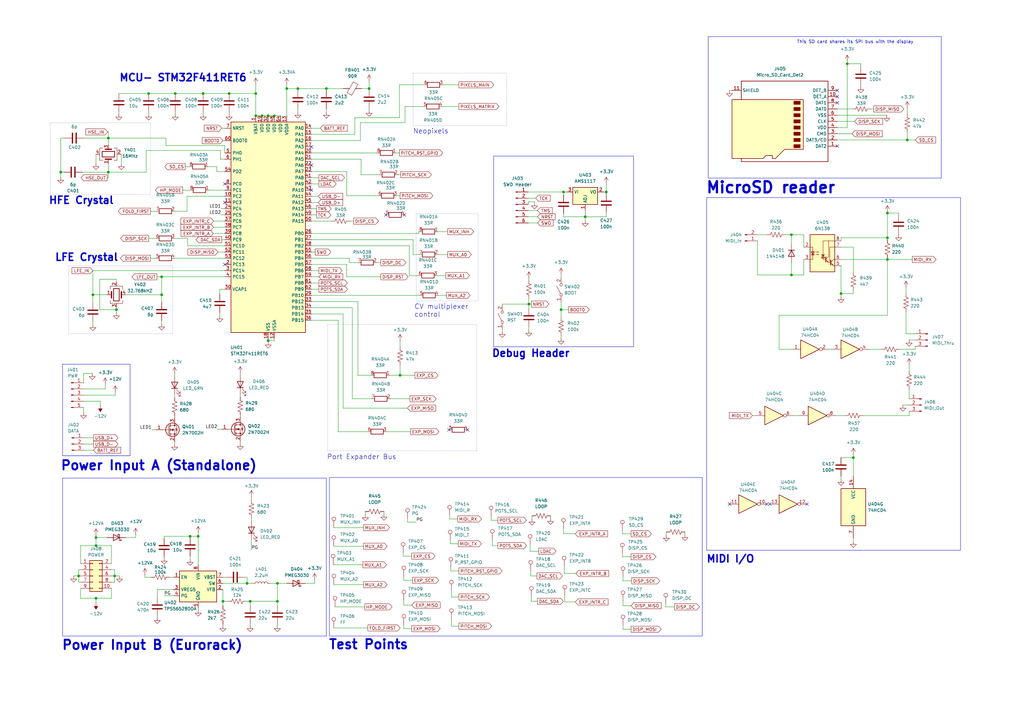
<source format=kicad_sch>
(kicad_sch (version 20231120) (generator "eeschema") (generator_version "8.0")
  (paper "A3")
  (junction (at 324.612 96.266))
  (junction (at 112.522 47.498))
  (junction (at 122.174 36.322))
  (junction (at 46.99 236.22))
  (junction (at 344.932 120.396))
  (junction (at 44.45 56.642))
  (junction (at 107.442 47.498))
  (junction (at 109.982 139.7))
  (junction (at 39.37 245.364))
  (junction (at 230.124 127))
  (junction (at 60.96 38.354))
  (junction (at 39.37 223.774))
  (junction (at 32.258 236.22))
  (junction (at 231.14 78.74))
  (junction (at 44.45 70.612))
  (junction (at 39.37 220.472))
  (junction (at 350.012 187.706))
  (junction (at 81.28 219.964))
  (junction (at 113.792 239.268))
  (junction (at 66.294 120.904))
  (junction (at 91.44 246.634))
  (junction (at 240.03 88.9))
  (junction (at 133.858 36.322))
  (junction (at 38.1 120.904))
  (junction (at 109.982 47.498))
  (junction (at 71.882 38.354))
  (junction (at 164.084 153.924))
  (junction (at 113.792 246.634))
  (junction (at 363.982 87.376))
  (junction (at 363.982 97.536))
  (junction (at 151.384 36.322))
  (junction (at 104.902 47.498))
  (junction (at 101.346 239.268))
  (junction (at 47.752 127))
  (junction (at 24.892 70.612))
  (junction (at 117.602 36.322))
  (junction (at 102.616 246.634))
  (junction (at 347.472 26.162))
  (junction (at 104.902 38.354))
  (junction (at 324.612 112.776))
  (junction (at 77.978 219.964))
  (junction (at 66.294 113.538))
  (junction (at 216.916 124.714))
  (junction (at 363.982 106.426))
  (junction (at 372.11 57.404))
  (junction (at 83.312 38.354))
  (junction (at 248.666 78.74))
  (junction (at 93.98 38.354))
  (no_connect (at 92.202 75.438))
  (no_connect (at 127.762 77.978))
  (no_connect (at 158.242 88.138))
  (no_connect (at 343.408 59.944))
  (no_connect (at 92.202 108.458))
  (no_connect (at 299.212 206.756))
  (no_connect (at 184.15 176.276))
  (no_connect (at 315.722 206.756))
  (no_connect (at 330.962 206.756))
  (no_connect (at 191.77 176.276))
  (no_connect (at 343.408 42.164))
  (no_connect (at 314.452 206.756))
  (no_connect (at 343.408 39.624))
  (no_connect (at 343.408 37.084))
  (no_connect (at 165.862 88.138))
  (no_connect (at 92.202 83.058))
  (no_connect (at 127.762 60.198))
  (no_connect (at 127.762 67.818))
  (wire (pts (xy 33.782 70.612) (xy 44.45 70.612)))
  (wire (pts (xy 71.628 181.356) (xy 71.628 182.118)))
  (wire (pts (xy 136.652 231.648) (xy 148.844 231.648)))
  (wire (pts (xy 137.414 248.666) (xy 137.414 248.92)))
  (wire (pts (xy 88.9 68.326) (xy 88.9 70.358)))
  (wire (pts (xy 165.608 236.22) (xy 165.608 237.998)))
  (wire (pts (xy 273.05 247.396) (xy 273.05 248.92)))
  (wire (pts (xy 171.704 95.758) (xy 127.762 95.758)))
  (wire (pts (xy 157.48 209.804) (xy 157.48 210.82)))
  (wire (pts (xy 43.942 120.904) (xy 38.1 120.904)))
  (wire (pts (xy 64.516 252.73) (xy 64.516 253.238)))
  (wire (pts (xy 145.542 55.118) (xy 127.762 55.118)))
  (wire (pts (xy 184.404 212.852) (xy 187.706 212.852)))
  (wire (pts (xy 231.14 216.662) (xy 231.14 218.948)))
  (wire (pts (xy 127.762 105.918) (xy 143.256 105.918)))
  (wire (pts (xy 67.31 219.964) (xy 67.31 220.726)))
  (wire (pts (xy 184.658 223.012) (xy 187.96 223.012)))
  (wire (pts (xy 38.1 131.826) (xy 38.1 133.096)))
  (wire (pts (xy 91.44 256.032) (xy 91.44 256.54)))
  (wire (pts (xy 77.978 220.472) (xy 77.978 219.964)))
  (wire (pts (xy 143.256 107.696) (xy 146.812 107.696)))
  (wire (pts (xy 329.692 101.346) (xy 329.692 96.266)))
  (wire (pts (xy 219.202 82.804) (xy 219.202 83.185)))
  (wire (pts (xy 142.24 113.538) (xy 156.21 113.538)))
  (wire (pts (xy 361.442 143.256) (xy 356.362 143.256)))
  (wire (pts (xy 231.14 218.948) (xy 235.966 218.948)))
  (wire (pts (xy 247.65 78.74) (xy 248.666 78.74)))
  (wire (pts (xy 90.678 85.598) (xy 92.202 85.598)))
  (wire (pts (xy 184.658 221.488) (xy 184.658 223.012)))
  (wire (pts (xy 64.389 113.538) (xy 66.294 113.538)))
  (wire (pts (xy 310.642 96.266) (xy 314.452 96.266)))
  (wire (pts (xy 372.872 163.576) (xy 372.872 159.766)))
  (wire (pts (xy 146.812 153.924) (xy 152.146 153.924)))
  (wire (pts (xy 33.02 241.3) (xy 33.02 245.364)))
  (wire (pts (xy 164.084 149.86) (xy 164.084 153.924)))
  (wire (pts (xy 40.894 114.554) (xy 40.894 127)))
  (wire (pts (xy 112.522 139.7) (xy 109.982 139.7)))
  (wire (pts (xy 344.932 187.706) (xy 350.012 187.706)))
  (wire (pts (xy 144.526 163.576) (xy 152.4 163.576)))
  (wire (pts (xy 44.45 56.642) (xy 68.072 56.642)))
  (wire (pts (xy 372.11 57.404) (xy 375.412 57.404)))
  (wire (pts (xy 71.628 161.798) (xy 71.628 163.068)))
  (wire (pts (xy 40.894 127) (xy 47.752 127)))
  (wire (pts (xy 138.684 177.038) (xy 150.876 177.038)))
  (wire (pts (xy 33.02 233.68) (xy 32.258 233.68)))
  (wire (pts (xy 339.852 143.256) (xy 341.122 143.256)))
  (wire (pts (xy 163.068 71.628) (xy 164.338 71.628)))
  (wire (pts (xy 137.414 248.92) (xy 149.606 248.92)))
  (wire (pts (xy 216.662 81.28) (xy 219.71 81.28)))
  (wire (pts (xy 368.554 95.758) (xy 368.554 96.266)))
  (wire (pts (xy 133.858 36.322) (xy 140.716 36.322)))
  (wire (pts (xy 147.828 57.658) (xy 147.828 50.292)))
  (wire (pts (xy 225.806 211.582) (xy 225.806 212.598)))
  (wire (pts (xy 273.304 218.186) (xy 273.304 219.456)))
  (wire (pts (xy 148.082 71.628) (xy 155.448 71.628)))
  (wire (pts (xy 344.932 98.806) (xy 344.932 97.536)))
  (wire (pts (xy 165.608 257.81) (xy 168.91 257.81)))
  (wire (pts (xy 357.124 44.704) (xy 358.394 44.704)))
  (wire (pts (xy 160.02 163.576) (xy 168.148 163.576)))
  (wire (pts (xy 171.704 94.996) (xy 171.704 95.758)))
  (wire (pts (xy 127.762 72.898) (xy 130.81 72.898)))
  (wire (pts (xy 34.29 156.972) (xy 34.29 153.162)))
  (wire (pts (xy 81.28 219.964) (xy 81.28 231.648)))
  (wire (pts (xy 113.792 239.268) (xy 117.602 239.268)))
  (wire (pts (xy 354.076 170.434) (xy 372.872 170.434)))
  (wire (pts (xy 117.602 36.322) (xy 117.602 47.498)))
  (wire (pts (xy 344.932 195.326) (xy 344.932 196.596)))
  (wire (pts (xy 47.752 125.984) (xy 47.752 127)))
  (wire (pts (xy 255.27 217.424) (xy 255.27 218.948)))
  (wire (pts (xy 343.408 57.404) (xy 372.11 57.404)))
  (wire (pts (xy 76.708 80.518) (xy 92.202 80.518)))
  (wire (pts (xy 87.63 90.678) (xy 92.202 90.678)))
  (wire (pts (xy 127.762 108.458) (xy 142.24 108.458)))
  (wire (pts (xy 143.256 105.918) (xy 143.256 107.696)))
  (wire (pts (xy 230.124 127) (xy 230.124 130.048)))
  (wire (pts (xy 89.408 103.378) (xy 92.202 103.378)))
  (wire (pts (xy 46.99 233.68) (xy 46.99 236.22)))
  (wire (pts (xy 38.1 110.998) (xy 92.202 110.998)))
  (wire (pts (xy 232.41 78.74) (xy 231.14 78.74)))
  (wire (pts (xy 92.202 100.838) (xy 76.962 100.838)))
  (wire (pts (xy 148.336 36.322) (xy 151.384 36.322)))
  (wire (pts (xy 109.982 138.938) (xy 109.982 139.7)))
  (wire (pts (xy 342.9 170.434) (xy 346.456 170.434)))
  (wire (pts (xy 90.424 61.722) (xy 59.944 61.722)))
  (wire (pts (xy 81.28 249.428) (xy 81.28 250.19)))
  (wire (pts (xy 185.166 242.062) (xy 185.166 244.856)))
  (wire (pts (xy 231.648 246.888) (xy 235.966 246.888)))
  (wire (pts (xy 71.628 170.688) (xy 71.628 171.196)))
  (wire (pts (xy 216.662 82.804) (xy 219.202 82.804)))
  (wire (pts (xy 24.892 70.612) (xy 24.892 56.642)))
  (wire (pts (xy 248.666 88.9) (xy 248.666 87.122)))
  (wire (pts (xy 127.762 90.678) (xy 135.89 90.678)))
  (wire (pts (xy 46.99 238.76) (xy 45.72 238.76)))
  (wire (pts (xy 299.212 37.084) (xy 300.228 37.084)))
  (wire (pts (xy 375.412 143.256) (xy 369.062 143.256)))
  (wire (pts (xy 32.258 233.68) (xy 32.258 236.22)))
  (wire (pts (xy 230.124 112.522) (xy 230.124 113.792)))
  (wire (pts (xy 38.1 120.904) (xy 38.1 124.206)))
  (wire (pts (xy 71.882 45.974) (xy 71.882 46.736)))
  (wire (pts (xy 60.96 45.974) (xy 60.96 46.736)))
  (wire (pts (xy 201.422 211.582) (xy 201.422 213.36)))
  (wire (pts (xy 104.902 34.544) (xy 104.902 38.354)))
  (wire (pts (xy 71.628 153.162) (xy 71.628 154.178)))
  (wire (pts (xy 344.932 108.966) (xy 344.932 120.396)))
  (wire (pts (xy 167.132 214.122) (xy 170.688 214.122)))
  (wire (pts (xy 66.294 131.572) (xy 66.294 132.842)))
  (wire (pts (xy 43.942 72.898) (xy 44.45 72.898)))
  (wire (pts (xy 201.93 221.234) (xy 201.93 223.774)))
  (wire (pts (xy 77.978 228.092) (xy 77.978 229.362)))
  (wire (pts (xy 347.472 25.146) (xy 347.472 26.162)))
  (wire (pts (xy 218.186 211.582) (xy 218.186 212.852)))
  (wire (pts (xy 89.154 176.022) (xy 90.932 176.022)))
  (wire (pts (xy 39.37 219.456) (xy 39.37 220.472)))
  (wire (pts (xy 64.516 241.808) (xy 64.516 245.11)))
  (wire (pts (xy 127.762 83.058) (xy 130.556 83.058)))
  (wire (pts (xy 231.648 244.094) (xy 231.648 246.888)))
  (wire (pts (xy 136.652 231.394) (xy 136.652 231.648)))
  (wire (pts (xy 136.906 239.522) (xy 136.906 239.776)))
  (wire (pts (xy 375.412 141.986) (xy 375.412 143.256)))
  (wire (pts (xy 217.424 226.06) (xy 217.424 223.266)))
  (wire (pts (xy 103.124 221.234) (xy 103.124 225.552)))
  (wire (pts (xy 347.472 52.324) (xy 343.408 52.324)))
  (wire (pts (xy 98.552 181.102) (xy 98.552 181.864)))
  (wire (pts (xy 167.132 212.598) (xy 167.132 214.122)))
  (wire (pts (xy 159.766 153.924) (xy 164.084 153.924)))
  (wire (pts (xy 324.612 100.076) (xy 324.612 96.266)))
  (wire (pts (xy 44.196 54.102) (xy 44.45 54.102)))
  (wire (pts (xy 240.03 86.36) (xy 240.03 88.9)))
  (wire (pts (xy 145.542 55.118) (xy 145.542 48.26)))
  (wire (pts (xy 179.578 104.394) (xy 183.642 104.394)))
  (wire (pts (xy 201.93 223.774) (xy 204.216 223.774)))
  (wire (pts (xy 140.716 128.778) (xy 140.716 167.386)))
  (wire (pts (xy 34.29 164.592) (xy 41.148 164.592)))
  (wire (pts (xy 81.28 218.44) (xy 81.28 219.964)))
  (wire (pts (xy 34.29 162.052) (xy 47.244 162.052)))
  (wire (pts (xy 163.83 34.798) (xy 173.99 34.798)))
  (wire (pts (xy 85.598 77.978) (xy 92.202 77.978)))
  (wire (pts (xy 353.06 26.162) (xy 347.472 26.162)))
  (wire (pts (xy 66.294 113.538) (xy 92.202 113.538)))
  (wire (pts (xy 216.916 122.428) (xy 216.916 124.714)))
  (wire (pts (xy 255.27 218.948) (xy 258.826 218.948)))
  (wire (pts (xy 353.06 35.052) (xy 353.06 35.56)))
  (wire (pts (xy 83.312 38.354) (xy 93.98 38.354)))
  (wire (pts (xy 184.912 232.664) (xy 184.912 234.188)))
  (wire (pts (xy 127.762 116.078) (xy 130.81 116.078)))
  (wire (pts (xy 136.906 257.302) (xy 136.906 257.556)))
  (wire (pts (xy 151.384 33.274) (xy 151.384 36.322)))
  (wire (pts (xy 372.11 54.356) (xy 372.11 57.404)))
  (wire (pts (xy 39.37 63.246) (xy 39.37 67.056)))
  (wire (pts (xy 308.61 170.434) (xy 309.88 170.434)))
  (wire (pts (xy 145.542 48.26) (xy 163.83 48.26)))
  (wire (pts (xy 127.762 62.738) (xy 154.686 62.738)))
  (wire (pts (xy 181.61 34.798) (xy 188.214 34.798)))
  (wire (pts (xy 255.27 226.822) (xy 255.27 228.346)))
  (wire (pts (xy 117.602 36.322) (xy 122.174 36.322)))
  (wire (pts (xy 310.642 112.776) (xy 324.612 112.776)))
  (wire (pts (xy 51.562 220.472) (xy 55.626 220.472)))
  (wire (pts (xy 47.752 115.824) (xy 47.752 114.554)))
  (wire (pts (xy 91.44 57.658) (xy 92.202 57.658)))
  (wire (pts (xy 74.93 77.978) (xy 77.978 77.978)))
  (wire (pts (xy 90.17 128.27) (xy 90.17 129.54)))
  (wire (pts (xy 93.98 38.354) (xy 104.902 38.354)))
  (wire (pts (xy 363.982 129.286) (xy 363.982 106.426)))
  (wire (pts (xy 92.202 65.278) (xy 90.424 65.278)))
  (wire (pts (xy 34.29 159.512) (xy 43.18 159.512)))
  (wire (pts (xy 34.544 184.658) (xy 38.354 184.658)))
  (wire (pts (xy 319.532 143.256) (xy 319.532 129.286)))
  (wire (pts (xy 127.762 100.838) (xy 167.894 100.838)))
  (wire (pts (xy 136.906 257.556) (xy 150.876 257.556)))
  (wire (pts (xy 32.258 236.22) (xy 33.02 236.22)))
  (wire (pts (xy 91.44 236.728) (xy 92.71 236.728)))
  (wire (pts (xy 344.932 120.396) (xy 344.932 121.666)))
  (wire (pts (xy 343.408 54.864) (xy 349.504 54.864)))
  (wire (pts (xy 146.812 123.698) (xy 146.812 153.924)))
  (wire (pts (xy 127.762 88.138) (xy 129.794 88.138)))
  (wire (pts (xy 90.424 65.278) (xy 90.424 61.722)))
  (wire (pts (xy 107.442 47.498) (xy 109.982 47.498)))
  (wire (pts (xy 258.826 248.412) (xy 255.524 248.412)))
  (wire (pts (xy 76.962 97.79) (xy 71.628 97.79)))
  (wire (pts (xy 122.174 44.704) (xy 122.174 45.974)))
  (wire (pts (xy 41.148 164.592) (xy 41.148 166.37)))
  (wire (pts (xy 68.072 59.69) (xy 92.202 59.69)))
  (wire (pts (xy 62.23 176.276) (xy 64.008 176.276)))
  (wire (pts (xy 181.356 43.688) (xy 188.214 43.688)))
  (wire (pts (xy 33.02 238.76) (xy 32.258 238.76)))
  (wire (pts (xy 101.092 246.634) (xy 102.616 246.634)))
  (wire (pts (xy 77.978 219.964) (xy 81.28 219.964)))
  (wire (pts (xy 143.51 90.678) (xy 145.034 90.678)))
  (wire (pts (xy 98.552 152.908) (xy 98.552 153.924)))
  (wire (pts (xy 363.982 97.536) (xy 363.982 98.298)))
  (wire (pts (xy 71.628 86.614) (xy 76.708 86.614)))
  (wire (pts (xy 216.662 86.36) (xy 220.472 86.36)))
  (wire (pts (xy 230.124 123.952) (xy 230.124 127)))
  (wire (pts (xy 220.98 226.06) (xy 217.424 226.06)))
  (wire (pts (xy 217.678 236.22) (xy 220.218 236.22)))
  (wire (pts (xy 319.532 129.286) (xy 363.982 129.286)))
  (wire (pts (xy 98.552 161.544) (xy 98.552 162.814)))
  (wire (pts (xy 34.29 153.162) (xy 37.846 153.162)))
  (wire (pts (xy 231.14 87.63) (xy 231.14 88.9)))
  (wire (pts (xy 136.906 223.774) (xy 136.906 224.028)))
  (wire (pts (xy 44.45 70.612) (xy 44.45 72.898)))
  (wire (pts (xy 185.166 256.794) (xy 185.166 253.746)))
  (wire (pts (xy 343.408 47.244) (xy 363.728 47.244)))
  (wire (pts (xy 127.762 121.158) (xy 172.212 121.158)))
  (wire (pts (xy 127.762 126.238) (xy 144.526 126.238)))
  (wire (pts (xy 45.72 231.14) (xy 45.72 223.774)))
  (wire (pts (xy 133.858 44.704) (xy 133.858 45.974)))
  (wire (pts (xy 88.9 70.358) (xy 92.202 70.358)))
  (wire (pts (xy 350.012 119.126) (xy 350.012 120.396)))
  (wire (pts (xy 343.408 44.704) (xy 349.504 44.704)))
  (wire (pts (xy 60.96 38.354) (xy 71.882 38.354)))
  (wire (pts (xy 127.762 128.778) (xy 140.716 128.778)))
  (wire (pts (xy 372.872 139.446) (xy 375.412 139.446)))
  (wire (pts (xy 185.166 244.856) (xy 188.214 244.856)))
  (wire (pts (xy 100.33 236.728) (xy 101.346 236.728)))
  (wire (pts (xy 363.982 105.918) (xy 363.982 106.426)))
  (wire (pts (xy 201.422 213.36) (xy 204.216 213.36)))
  (wire (pts (xy 347.472 26.162) (xy 347.472 52.324)))
  (wire (pts (xy 127.762 123.698) (xy 146.812 123.698)))
  (wire (pts (xy 38.1 110.998) (xy 38.1 120.904)))
  (wire (pts (xy 47.752 127) (xy 47.752 128.27)))
  (wire (pts (xy 217.932 246.634) (xy 220.472 246.634)))
  (wire (pts (xy 248.666 78.74) (xy 248.666 79.502)))
  (wire (pts (xy 127.762 70.358) (xy 142.24 70.358)))
  (wire (pts (xy 230.124 127) (xy 233.172 127)))
  (wire (pts (xy 91.44 246.634) (xy 91.44 248.412)))
  (wire (pts (xy 44.45 67.056) (xy 44.45 70.612)))
  (wire (pts (xy 255.524 238.252) (xy 259.08 238.252)))
  (wire (pts (xy 122.174 36.322) (xy 122.174 37.084)))
  (wire (pts (xy 33.02 223.774) (xy 39.37 223.774)))
  (wire (pts (xy 169.418 104.394) (xy 171.958 104.394)))
  (wire (pts (xy 127.762 52.578) (xy 131.318 52.578)))
  (wire (pts (xy 49.784 63.246) (xy 49.53 63.246)))
  (wire (pts (xy 255.524 236.474) (xy 255.524 238.252)))
  (wire (pts (xy 368.554 87.376) (xy 363.982 87.376)))
  (wire (pts (xy 310.642 98.806) (xy 310.642 112.776)))
  (wire (pts (xy 248.666 75.184) (xy 248.666 78.74)))
  (wire (pts (xy 92.202 59.69) (xy 92.202 62.738)))
  (wire (pts (xy 49.784 67.056) (xy 49.784 63.246)))
  (wire (pts (xy 102.616 246.634) (xy 113.792 246.634)))
  (wire (pts (xy 90.17 120.65) (xy 90.17 118.618)))
  (wire (pts (xy 83.312 45.974) (xy 83.312 46.736)))
  (wire (pts (xy 47.752 114.554) (xy 40.894 114.554)))
  (wire (pts (xy 363.982 106.426) (xy 374.142 106.426)))
  (wire (pts (xy 71.882 38.354) (xy 83.312 38.354)))
  (wire (pts (xy 255.524 256.286) (xy 255.524 258.064)))
  (wire (pts (xy 103.124 203.708) (xy 103.124 204.978)))
  (wire (pts (xy 33.02 231.14) (xy 33.02 223.774)))
  (wire (pts (xy 231.394 235.204) (xy 231.394 232.156)))
  (wire (pts (xy 184.912 234.188) (xy 188.214 234.188)))
  (wire (pts (xy 344.932 101.346) (xy 350.012 101.346)))
  (wire (pts (xy 236.22 235.204) (xy 231.394 235.204)))
  (wire (pts (xy 273.05 248.92) (xy 276.606 248.92)))
  (wire (pts (xy 44.45 70.612) (xy 59.944 70.612)))
  (wire (pts (xy 39.37 220.472) (xy 39.37 223.774)))
  (wire (pts (xy 109.982 139.7) (xy 109.982 140.208)))
  (wire (pts (xy 371.602 128.016) (xy 371.602 136.906)))
  (wire (pts (xy 142.24 108.458) (xy 142.24 113.538)))
  (wire (pts (xy 363.982 86.868) (xy 363.982 87.376)))
  (wire (pts (xy 109.982 47.498) (xy 112.522 47.498)))
  (wire (pts (xy 136.906 224.028) (xy 149.098 224.028)))
  (wire (pts (xy 127.762 65.278) (xy 148.082 65.278)))
  (wire (pts (xy 113.792 246.634) (xy 113.792 239.268)))
  (wire (pts (xy 46.99 236.22) (xy 49.022 236.22)))
  (wire (pts (xy 102.616 256.032) (xy 102.616 256.54)))
  (wire (pts (xy 216.662 83.82) (xy 216.662 82.804)))
  (wire (pts (xy 90.17 118.618) (xy 92.202 118.618)))
  (wire (pts (xy 87.63 93.218) (xy 92.202 93.218)))
  (wire (pts (xy 33.02 245.364) (xy 39.37 245.364)))
  (wire (pts (xy 184.404 211.328) (xy 184.404 212.852)))
  (wire (pts (xy 350.012 220.726) (xy 350.012 221.996)))
  (wire (pts (xy 24.892 56.642) (xy 26.67 56.642)))
  (wire (pts (xy 48.768 38.354) (xy 60.96 38.354)))
  (wire (pts (xy 101.346 239.268) (xy 103.378 239.268)))
  (wire (pts (xy 164.084 139.7) (xy 164.084 142.24)))
  (wire (pts (xy 372.11 44.196) (xy 372.11 46.736)))
  (wire (pts (xy 127.762 103.378) (xy 129.286 103.378)))
  (wire (pts (xy 368.554 88.138) (xy 368.554 87.376)))
  (wire (pts (xy 168.91 248.158) (xy 165.608 248.158)))
  (wire (pts (xy 216.916 134.112) (xy 216.916 135.382)))
  (wire (pts (xy 179.578 94.996) (xy 183.642 94.996)))
  (wire (pts (xy 133.858 36.322) (xy 133.858 37.084)))
  (wire (pts (xy 30.226 236.22) (xy 32.258 236.22)))
  (wire (pts (xy 205.994 124.968) (xy 205.994 124.714)))
  (wire (pts (xy 164.084 153.924) (xy 170.18 153.924)))
  (wire (pts (xy 127.762 131.318) (xy 138.684 131.318)))
  (wire (pts (xy 45.72 241.3) (xy 45.72 245.364)))
  (wire (pts (xy 67.31 219.964) (xy 77.978 219.964)))
  (wire (pts (xy 216.916 114.046) (xy 216.916 114.808)))
  (wire (pts (xy 169.418 98.298) (xy 169.418 104.394)))
  (wire (pts (xy 166.116 50.292) (xy 166.116 43.688)))
  (wire (pts (xy 93.98 45.974) (xy 93.98 46.736)))
  (wire (pts (xy 60.96 97.79) (xy 64.008 97.79)))
  (wire (pts (xy 39.37 247.396) (xy 39.37 245.364)))
  (wire (pts (xy 171.704 94.996) (xy 171.958 94.996)))
  (wire (pts (xy 67.31 244.348) (xy 71.12 244.348)))
  (wire (pts (xy 324.612 96.266) (xy 329.692 96.266)))
  (wire (pts (xy 113.792 246.634) (xy 113.792 248.412)))
  (wire (pts (xy 240.03 88.9) (xy 240.03 90.424)))
  (wire (pts (xy 216.662 88.9) (xy 220.472 88.9)))
  (wire (pts (xy 68.072 56.642) (xy 68.072 59.69)))
  (wire (pts (xy 34.29 56.642) (xy 44.45 56.642)))
  (wire (pts (xy 87.503 95.758) (xy 92.202 95.758)))
  (wire (pts (xy 110.998 239.268) (xy 113.792 239.268)))
  (wire (pts (xy 66.294 120.904) (xy 51.562 120.904)))
  (wire (pts (xy 370.332 166.116) (xy 372.872 166.116)))
  (wire (pts (xy 47.244 162.052) (xy 47.244 160.782)))
  (wire (pts (xy 350.012 101.346) (xy 350.012 111.506)))
  (wire (pts (xy 104.902 47.498) (xy 107.442 47.498)))
  (wire (pts (xy 24.892 70.612) (xy 26.162 70.612)))
  (wire (pts (xy 66.294 113.538) (xy 66.294 120.904)))
  (wire (pts (xy 350.012 187.706) (xy 350.012 195.326)))
  (wire (pts (xy 363.982 87.376) (xy 363.982 97.536)))
  (wire (pts (xy 205.994 135.128) (xy 205.994 135.89)))
  (wire (pts (xy 112.522 47.498) (xy 115.062 47.498)))
  (wire (pts (xy 113.792 256.032) (xy 113.792 256.54)))
  (wire (pts (xy 280.924 218.186) (xy 280.924 219.202)))
  (wire (pts (xy 149.86 209.804) (xy 149.86 211.074)))
  (wire (pts (xy 353.06 27.432) (xy 353.06 26.162)))
  (wire (pts (xy 32.258 238.76) (xy 32.258 236.22)))
  (wire (pts (xy 45.72 233.68) (xy 46.99 233.68)))
  (wire (pts (xy 344.932 106.426) (xy 363.982 106.426)))
  (wire (pts (xy 255.524 258.064) (xy 258.826 258.064)))
  (wire (pts (xy 325.12 170.434) (xy 327.66 170.434)))
  (wire (pts (xy 167.894 113.03) (xy 171.704 113.03)))
  (wire (pts (xy 344.932 97.536) (xy 363.982 97.536)))
  (wire (pts (xy 165.354 228.092) (xy 168.91 228.092)))
  (wire (pts (xy 98.552 170.434) (xy 98.552 170.942)))
  (wire (pts (xy 144.526 126.238) (xy 144.526 163.576)))
  (wire (pts (xy 85.344 68.326) (xy 88.9 68.326)))
  (wire (pts (xy 136.906 239.776) (xy 149.098 239.776)))
  (wire (pts (xy 231.14 88.9) (xy 240.03 88.9)))
  (wire (pts (xy 148.082 65.278) (xy 148.082 71.628)))
  (wire (pts (xy 122.174 36.322) (xy 133.858 36.322)))
  (wire (pts (xy 165.608 237.998) (xy 169.164 237.998)))
  (wire (pts (xy 324.612 143.256) (xy 319.532 143.256)))
  (wire (pts (xy 140.716 167.386) (xy 167.132 167.386)))
  (wire (pts (xy 371.602 136.906) (xy 375.412 136.906)))
  (wire (pts (xy 61.722 86.614) (xy 64.008 86.614)))
  (wire (pts (xy 127.762 57.658) (xy 147.828 57.658)))
  (wire (pts (xy 240.03 88.9) (xy 248.666 88.9)))
  (wire (pts (xy 142.24 80.264) (xy 155.194 80.264)))
  (wire (pts (xy 158.496 177.038) (xy 168.402 177.038)))
  (wire (pts (xy 91.44 239.268) (xy 101.346 239.268)))
  (wire (pts (xy 90.932 52.578) (xy 92.202 52.578)))
  (wire (pts (xy 127.762 98.298) (xy 169.418 98.298)))
  (wire (pts (xy 45.72 223.774) (xy 39.37 223.774)))
  (wire (pts (xy 167.894 100.838) (xy 167.894 113.03)))
  (wire (pts (xy 117.602 34.544) (xy 117.602 36.322)))
  (wire (pts (xy 165.608 248.158) (xy 165.608 246.126)))
  (wire (pts (xy 61.722 105.918) (xy 64.008 105.918)))
  (wire (pts (xy 322.072 96.266) (xy 324.612 96.266)))
  (wire (pts (xy 103.124 212.598) (xy 103.124 213.614)))
  (wire (pts (xy 165.354 226.568) (xy 165.354 228.092)))
  (wire (pts (xy 44.45 56.642) (xy 44.45 59.436)))
  (wire (pts (xy 39.37 220.472) (xy 43.942 220.472)))
  (wire (pts (xy 151.384 36.322) (xy 151.384 36.83)))
  (wire (pts (xy 162.306 62.738) (xy 163.83 62.738)))
  (wire (pts (xy 324.612 112.776) (xy 329.692 112.776)))
  (wire (pts (xy 136.906 216.154) (xy 136.906 216.408)))
  (wire (pts (xy 76.708 86.614) (xy 76.708 80.518)))
  (wire (pts (xy 127.762 113.538) (xy 130.81 113.538)))
  (wire (pts (xy 142.24 70.358) (xy 142.24 80.264)))
  (wire (pts (xy 44.45 54.102) (xy 44.45 56.642)))
  (wire (pts (xy 179.324 113.03) (xy 182.88 113.03)))
  (wire (pts (xy 112.522 138.938) (xy 112.522 139.7)))
  (wire (pts (xy 46.99 236.22) (xy 46.99 238.76)))
  (wire (pts (xy 93.472 246.634) (xy 91.44 246.634)))
  (wire (pts (xy 138.684 131.318) (xy 138.684 177.038)))
  (wire (pts (xy 343.408 49.784) (xy 350.52 49.784)))
  (wire (pts (xy 163.83 48.26) (xy 163.83 34.798)))
  (wire (pts (xy 59.436 236.728) (xy 59.436 235.712)))
  (wire (pts (xy 344.932 120.396) (xy 350.012 120.396)))
  (wire (pts (xy 216.662 78.74) (xy 231.14 78.74)))
  (wire (pts (xy 45.72 236.22) (xy 46.99 236.22)))
  (wire (pts (xy 102.616 246.634) (xy 102.616 248.412)))
  (wire (pts (xy 372.872 168.656) (xy 372.872 170.434)))
  (wire (pts (xy 188.214 256.794) (xy 185.166 256.794)))
  (wire (pts (xy 61.976 236.728) (xy 59.436 236.728)))
  (wire (pts (xy 216.916 124.714) (xy 217.932 124.714)))
  (wire (pts (xy 59.944 61.722) (xy 59.944 70.612)))
  (wire (pts (xy 129.032 239.268) (xy 129.032 237.744)))
  (wire (pts (xy 34.29 167.132) (xy 34.29 169.164)))
  (wire (pts (xy 216.662 91.44) (xy 220.472 91.44)))
  (wire (pts (xy 127.762 110.998) (xy 130.81 110.998)))
  (wire (pts (xy 76.962 100.838) (xy 76.962 97.79)))
  (wire (pts (xy 101.346 236.728) (xy 101.346 239.268)))
  (wire (pts (xy 205.994 124.714) (xy 216.916 124.714)))
  (wire (pts (xy 104.902 38.354) (xy 104.902 47.498)))
  (wire (pts (xy 66.294 120.904) (xy 66.294 123.952)))
  (wire (pts (xy 217.932 244.602) (xy 217.932 246.634)))
  (wire (pts (xy 67.31 228.346) (xy 67.31 228.854)))
  (wire (pts (xy 372.872 149.606) (xy 372.872 152.146)))
  (wire (pts (xy 127.762 85.598) (xy 129.794 85.598)))
  (wire (pts (xy 154.432 107.696) (xy 156.21 107.696)))
  (wire (pts (xy 43.18 159.512) (xy 43.18 157.48)))
  (wire (pts (xy 55.626 220.472) (xy 55.626 219.202)))
  (wire (pts (xy 125.222 239.268) (xy 129.032 239.268)))
  (wire (pts (xy 165.608 256.032) (xy 165.608 257.81)))
  (wire (pts (xy 91.44 241.808) (xy 91.44 246.634)))
  (wire (pts (xy 127.762 75.438) (xy 130.81 75.438)))
  (wire (pts (xy 162.814 80.264) (xy 164.084 80.264)))
  (wire (pts (xy 90.678 88.138) (xy 92.202 88.138)))
  (wire (pts (xy 216.916 124.714) (xy 216.916 126.492)))
  (wire (pts (xy 230.124 137.668) (xy 230.124 138.684)))
  (wire (pts (xy 151.384 44.45) (xy 151.384 45.212)))
  (wire (pts (xy 127.762 118.618) (xy 130.81 118.618)))
  (wire (pts (xy 24.892 72.644) (xy 24.892 70.612)))
  (wire (pts (xy 90.932 98.298) (xy 92.202 98.298)))
  (wire (pts (xy 34.544 182.118) (xy 38.354 182.118)))
  (wire (pts (xy 179.832 121.158) (xy 183.134 121.158)))
  (wire (pts (xy 48.768 45.974) (xy 48.768 46.736)))
  (wire (pts (xy 324.612 107.696) (xy 324.612 112.776)))
  (wire (pts (xy 255.524 248.412) (xy 255.524 246.38)))
  (wire (pts (xy 147.828 50.292) (xy 166.116 50.292)))
  (wire (pts (xy 231.14 78.74) (xy 231.14 80.01)))
  (wire (pts (xy 217.678 233.934) (xy 217.678 236.22)))
  (wire (pts (xy 136.906 216.408) (xy 149.098 216.408)))
  (wire (pts (xy 75.946 68.326) (xy 77.724 68.326)))
  (wire (pts (xy 350.012 186.436) (xy 350.012 187.706)))
  (wire (pts (xy 329.692 112.776) (xy 329.692 106.426)))
  (wire (pts (xy 166.116 43.688) (xy 173.736 43.688)))
  (wire (pts (xy 34.544 179.578) (xy 38.354 179.578)))
  (wire (pts (xy 371.602 117.856) (xy 371.602 120.396)))
  (wire (pts (xy 45.72 245.364) (xy 39.37 245.364)))
  (wire (pts (xy 71.12 241.808) (xy 64.516 241.808)))
  (wire (pts (xy 255.27 228.346) (xy 258.826 228.346)))
  (wire (pts (xy 71.628 105.918) (xy 92.202 105.918)))
  (wire (pts (xy 127.762 80.518) (xy 130.556 80.518)))
  (wire (pts (xy 69.596 236.728) (xy 71.12 236.728)))
  (rectangle (start 170.688 87.63) (end 196.088 123.444) (stroke (width 0) (type dot)))
  (rectangle (start 135.128 195.834) (end 288.036 260.858))
  (rectangle (start 169.418 29.972) (end 207.772 51.562) (stroke (width 0) (type dot)))
  (rectangle (start 290.449 14.986) (end 386.08 73.025))
  (rectangle (start 289.814 81.026) (end 393.954 225.679))
  (rectangle (start 202.438 64.008) (end 259.842 142.24))
  (rectangle (start 20.574 50.292) (end 61.722 79.756) (stroke (width 0) (type dot)))
  (rectangle (start 134.366 133.096) (end 195.58 184.912) (stroke (width 0) (type dot)))
  (rectangle (start 25.654 196.088) (end 133.858 260.858))
  (rectangle (start 25.654 149.352) (end 53.34 186.944))
  (rectangle (start 28.194 108.966) (end 70.866 136.906) (stroke (width 0) (type dot)))
  (text "Neopixels" (at 169.418 55.118 0) (effects (font (size 2 2)) (justify left bottom)))
  (text "HFE Crystal" (at 19.812 84.074 0) (effects (font (size 3 3) (thickness 0.6) (bold yes)) (justify left bottom)))
  (text "CV multiplexer\ncontrol" (at 169.926 130.302 0) (effects (font (size 2 2)) (justify left bottom)))
  (text "LFE Crystal" (at 22.352 107.442 0) (effects (font (size 3 3) (thickness 0.6) (bold yes)) (justify left bottom)))
  (text "Power Input A (Standalone)" (at 24.638 193.294 0) (effects (font (size 3.81 3.81) (thickness 0.762) (bold yes)) (justify left bottom)))
  (text "Power Input B (Eurorack)" (at 25.146 266.954 0) (effects (font (size 3.81 3.81) (thickness 0.762) (bold yes)) (justify left bottom)))
  (text "Debug Header" (at 201.549 146.812 0) (effects (font (size 3 3) (thickness 0.6) (bold yes)) (justify left bottom)))
  (text "Test Points" (at 134.62 266.7 0) (effects (font (size 3.81 3.81) (thickness 0.762) (bold yes)) (justify left bottom)))
  (text "MIDI I/O" (at 289.56 231.14 0) (effects (font (size 3 3) (thickness 0.6) (bold yes)) (justify left bottom)))
  (text "MCU- STM32F411RET6" (at 48.768 33.782 0) (effects (font (size 3 3) (thickness 0.6) (bold yes)) (justify left bottom)))
  (text "Port Expander Bus" (at 134.112 188.722 0) (effects (font (size 2 2)) (justify left bottom)))
  (text "MicroSD reader" (at 289.306 79.756 0) (effects (font (size 4.572 4.572) (thickness 0.9144) (bold yes)) (justify left bottom)))
  (text "This SD card shares its SPI bus with the display" (at 374.65 18.034 0) (effects (font (size 1.27 1.27)) (justify right bottom)))
  (label "LED1" (at 90.678 85.598 180))
  (label "PG" (at 103.124 225.552 0))
  (label "PG" (at 67.31 244.348 0))
  (label "PG" (at 170.688 214.122 0))
  (label "LED2" (at 89.154 176.022 180))
  (label "LED1" (at 62.23 176.276 180))
  (label "LED2" (at 90.678 88.138 180))
  (global_label "EXP_MISO" (shape input) (at 167.132 167.386 0) (property "Intersheetrefs" "${INTERSHEET_REFS}" (effects (hide yes))))
  (global_label "SWO" (shape output) (at 129.286 103.378 0) (property "Intersheetrefs" "${INTERSHEET_REFS}" (effects (hide yes))))
  (global_label "MUX_A0" (shape output) (at 183.642 104.394 0) (property "Intersheetrefs" "${INTERSHEET_REFS}" (effects (hide yes))))
  (global_label "MIDI_RX" (shape input) (at 130.81 113.538 0) (property "Intersheetrefs" "${INTERSHEET_REFS}" (effects (hide yes))))
  (global_label "PITCH_MOSI" (shape output) (at 164.084 80.264 0) (property "Intersheetrefs" "${INTERSHEET_REFS}" (effects (hide yes))))
  (global_label "BOOT0" (shape input) (at 91.44 57.658 180) (property "Intersheetrefs" "${INTERSHEET_REFS}" (effects (hide yes))))
  (global_label "DISP_CS" (shape output) (at 258.826 228.346 0) (property "Intersheetrefs" "${INTERSHEET_REFS}" (effects (hide yes))))
  (global_label "EXP_INTR_C" (shape input) (at 235.966 246.888 0) (property "Intersheetrefs" "${INTERSHEET_REFS}" (effects (hide yes))))
  (global_label "EXP_MOSI" (shape output) (at 168.91 257.81 0) (property "Intersheetrefs" "${INTERSHEET_REFS}" (effects (hide yes))))
  (global_label "FOLD_FIRST" (shape output) (at 61.722 86.614 180) (property "Intersheetrefs" "${INTERSHEET_REFS}" (effects (hide yes))))
  (global_label "EXP_SCK" (shape output) (at 168.148 163.576 0) (property "Intersheetrefs" "${INTERSHEET_REFS}" (effects (hide yes))))
  (global_label "DISP_MOSI" (shape output) (at 258.826 258.064 0) (property "Intersheetrefs" "${INTERSHEET_REFS}" (effects (hide yes))))
  (global_label "MIDI_RX" (shape output) (at 187.706 212.852 0) (property "Intersheetrefs" "${INTERSHEET_REFS}" (effects (hide yes))))
  (global_label "NRST" (shape input) (at 90.932 52.578 180) (property "Intersheetrefs" "${INTERSHEET_REFS}" (effects (hide yes))))
  (global_label "MIDI_RX" (shape output) (at 374.142 106.426 0) (property "Intersheetrefs" "${INTERSHEET_REFS}" (effects (hide yes))))
  (global_label "LFE_OUT" (shape output) (at 64.389 113.538 180) (property "Intersheetrefs" "${INTERSHEET_REFS}" (effects (hide yes))))
  (global_label "DISP_MISO" (shape output) (at 358.394 44.704 0) (property "Intersheetrefs" "${INTERSHEET_REFS}" (effects (hide yes))))
  (global_label "TMS" (shape output) (at 129.794 85.598 0) (property "Intersheetrefs" "${INTERSHEET_REFS}" (effects (hide yes))))
  (global_label "MUX_INH" (shape output) (at 149.098 216.408 0) (property "Intersheetrefs" "${INTERSHEET_REFS}" (effects (hide yes))))
  (global_label "EXP_INTR_A" (shape input) (at 235.966 218.948 0) (property "Intersheetrefs" "${INTERSHEET_REFS}" (effects (hide yes))))
  (global_label "MUX_A1" (shape output) (at 182.88 113.03 0) (property "Intersheetrefs" "${INTERSHEET_REFS}" (effects (hide yes))))
  (global_label "EXP_INTR_B" (shape input) (at 236.22 235.204 0) (property "Intersheetrefs" "${INTERSHEET_REFS}" (effects (hide yes))))
  (global_label "HP_MODE" (shape output) (at 74.93 77.978 180) (property "Intersheetrefs" "${INTERSHEET_REFS}" (effects (hide yes))))
  (global_label "DAC_SCL" (shape output) (at 220.218 236.22 0) (property "Intersheetrefs" "${INTERSHEET_REFS}" (effects (hide yes))))
  (global_label "PIXELS_MAIN" (shape output) (at 188.214 34.798 0) (property "Intersheetrefs" "${INTERSHEET_REFS}" (effects (hide yes))))
  (global_label "SD_CS" (shape input) (at 375.412 57.404 0) (property "Intersheetrefs" "${INTERSHEET_REFS}" (effects (hide yes))))
  (global_label "HSE_IN" (shape input) (at 44.196 54.102 180) (property "Intersheetrefs" "${INTERSHEET_REFS}" (effects (hide yes))))
  (global_label "DISP_DC" (shape output) (at 156.21 107.696 0) (property "Intersheetrefs" "${INTERSHEET_REFS}" (effects (hide yes))))
  (global_label "TCK" (shape output) (at 129.794 88.138 0) (property "Intersheetrefs" "${INTERSHEET_REFS}" (effects (hide yes))))
  (global_label "DISP_MISO" (shape input) (at 258.826 248.412 0) (property "Intersheetrefs" "${INTERSHEET_REFS}" (effects (hide yes))))
  (global_label "USB_D-" (shape output) (at 38.354 182.118 0) (property "Intersheetrefs" "${INTERSHEET_REFS}" (effects (hide yes))))
  (global_label "LFE_IN" (shape input) (at 38.1 110.998 180) (property "Intersheetrefs" "${INTERSHEET_REFS}" (effects (hide yes))))
  (global_label "LDAC" (shape output) (at 220.98 226.06 0) (property "Intersheetrefs" "${INTERSHEET_REFS}" (effects (hide yes))))
  (global_label "SWO" (shape input) (at 220.472 91.44 0) (property "Intersheetrefs" "${INTERSHEET_REFS}" (effects (hide yes))))
  (global_label "MIDI_TX" (shape output) (at 187.96 223.012 0) (property "Intersheetrefs" "${INTERSHEET_REFS}" (effects (hide yes))))
  (global_label "HP_MODE" (shape output) (at 149.606 248.92 0) (property "Intersheetrefs" "${INTERSHEET_REFS}" (effects (hide yes))))
  (global_label "MUX_A0" (shape output) (at 149.098 224.028 0) (property "Intersheetrefs" "${INTERSHEET_REFS}" (effects (hide yes))))
  (global_label "POTS_SCL" (shape output) (at 130.81 116.078 0) (property "Intersheetrefs" "${INTERSHEET_REFS}" (effects (hide yes))))
  (global_label "EXP_CS" (shape output) (at 170.18 153.924 0) (property "Intersheetrefs" "${INTERSHEET_REFS}" (effects (hide yes))))
  (global_label "EXP_MISO" (shape input) (at 168.91 248.158 0) (property "Intersheetrefs" "${INTERSHEET_REFS}" (effects (hide yes))))
  (global_label "DISP_SCK" (shape input) (at 350.52 49.784 0) (property "Intersheetrefs" "${INTERSHEET_REFS}" (effects (hide yes))))
  (global_label "PITCH_RST_GPIO" (shape output) (at 188.214 234.188 0) (property "Intersheetrefs" "${INTERSHEET_REFS}" (effects (hide yes))))
  (global_label "MIDI_TX" (shape input) (at 308.61 170.434 180) (property "Intersheetrefs" "${INTERSHEET_REFS}" (effects (hide yes))))
  (global_label "SD_CS" (shape output) (at 258.826 218.948 0) (property "Intersheetrefs" "${INTERSHEET_REFS}" (effects (hide yes))))
  (global_label "DAC_SDA" (shape output) (at 90.932 98.298 180) (property "Intersheetrefs" "${INTERSHEET_REFS}" (effects (hide yes))))
  (global_label "TCK" (shape input) (at 219.71 81.28 0) (property "Intersheetrefs" "${INTERSHEET_REFS}" (effects (hide yes))))
  (global_label "BOOT0" (shape output) (at 233.172 127 0) (property "Intersheetrefs" "${INTERSHEET_REFS}" (effects (hide yes))))
  (global_label "MUX_INH" (shape output) (at 183.642 94.996 0) (property "Intersheetrefs" "${INTERSHEET_REFS}" (effects (hide yes))))
  (global_label "MUX_A2" (shape output) (at 149.098 239.776 0) (property "Intersheetrefs" "${INTERSHEET_REFS}" (effects (hide yes))))
  (global_label "POTS_SDA" (shape output) (at 204.216 223.774 0) (property "Intersheetrefs" "${INTERSHEET_REFS}" (effects (hide yes))))
  (global_label "MUX_A1" (shape output) (at 148.844 231.648 0) (property "Intersheetrefs" "${INTERSHEET_REFS}" (effects (hide yes))))
  (global_label "DISP_SCK" (shape output) (at 60.96 97.79 180) (property "Intersheetrefs" "${INTERSHEET_REFS}" (effects (hide yes))))
  (global_label "EXP_SCK" (shape output) (at 169.164 237.998 0) (property "Intersheetrefs" "${INTERSHEET_REFS}" (effects (hide yes))))
  (global_label "FOLD_FIRST" (shape output) (at 150.876 257.556 0) (property "Intersheetrefs" "${INTERSHEET_REFS}" (effects (hide yes))))
  (global_label "BATT_REF" (shape input) (at 131.318 52.578 0) (property "Intersheetrefs" "${INTERSHEET_REFS}" (effects (hide yes))))
  (global_label "EXP_INTR_B" (shape input) (at 87.63 93.218 180) (property "Intersheetrefs" "${INTERSHEET_REFS}" (effects (hide yes))))
  (global_label "LDAC" (shape output) (at 130.81 75.438 0) (property "Intersheetrefs" "${INTERSHEET_REFS}" (effects (hide yes))))
  (global_label "EXP_CS" (shape output) (at 168.91 228.092 0) (property "Intersheetrefs" "${INTERSHEET_REFS}" (effects (hide yes))))
  (global_label "DISP_MOSI" (shape input) (at 349.504 54.864 0) (property "Intersheetrefs" "${INTERSHEET_REFS}" (effects (hide yes))))
  (global_label "PITCH_SCK" (shape output) (at 188.214 244.856 0) (property "Intersheetrefs" "${INTERSHEET_REFS}" (effects (hide yes))))
  (global_label "DISP_RST" (shape output) (at 156.21 113.538 0) (property "Intersheetrefs" "${INTERSHEET_REFS}" (effects (hide yes))))
  (global_label "PIXELS_MATRIX" (shape output) (at 188.214 43.688 0) (property "Intersheetrefs" "${INTERSHEET_REFS}" (effects (hide yes))))
  (global_label "TMS" (shape input) (at 220.472 86.36 0) (property "Intersheetrefs" "${INTERSHEET_REFS}" (effects (hide yes))))
  (global_label "EXP_INTR_C" (shape input) (at 87.63 90.678 180) (property "Intersheetrefs" "${INTERSHEET_REFS}" (effects (hide yes))))
  (global_label "HSE_OUT" (shape output) (at 43.942 72.898 180) (property "Intersheetrefs" "${INTERSHEET_REFS}" (effects (hide yes))))
  (global_label "PITCH_RST_GPIO" (shape output) (at 163.83 62.738 0) (property "Intersheetrefs" "${INTERSHEET_REFS}" (effects (hide yes))))
  (global_label "DISP_SCK" (shape output) (at 259.08 238.252 0) (property "Intersheetrefs" "${INTERSHEET_REFS}" (effects (hide yes))))
  (global_label "DAC_SCL" (shape output) (at 130.81 72.898 0) (property "Intersheetrefs" "${INTERSHEET_REFS}" (effects (hide yes))))
  (global_label "DAC_SDA" (shape output) (at 220.472 246.634 0) (property "Intersheetrefs" "${INTERSHEET_REFS}" (effects (hide yes))))
  (global_label "DISP_MOSI" (shape output) (at 61.722 105.918 180) (property "Intersheetrefs" "${INTERSHEET_REFS}" (effects (hide yes))))
  (global_label "POTS_SCL" (shape output) (at 204.216 213.36 0) (property "Intersheetrefs" "${INTERSHEET_REFS}" (effects (hide yes))))
  (global_label "POTS_SDA" (shape output) (at 130.81 118.618 0) (property "Intersheetrefs" "${INTERSHEET_REFS}" (effects (hide yes))))
  (global_label "DISP_DC" (shape output) (at 276.606 248.92 0) (property "Intersheetrefs" "${INTERSHEET_REFS}" (effects (hide yes))))
  (global_label "USB_D+" (shape input) (at 130.556 83.058 0) (property "Intersheetrefs" "${INTERSHEET_REFS}" (effects (hide yes))))
  (global_label "EXP_MOSI" (shape output) (at 168.402 177.038 0) (property "Intersheetrefs" "${INTERSHEET_REFS}" (effects (hide yes))))
  (global_label "USB_D-" (shape input) (at 130.556 80.518 0) (property "Intersheetrefs" "${INTERSHEET_REFS}" (effects (hide yes))))
  (global_label "SD_CS" (shape output) (at 75.946 68.326 180) (property "Intersheetrefs" "${INTERSHEET_REFS}" (effects (hide yes))))
  (global_label "DISP_CS" (shape output) (at 145.034 90.678 0) (property "Intersheetrefs" "${INTERSHEET_REFS}" (effects (hide yes))))
  (global_label "NRST" (shape output) (at 217.932 124.714 0) (property "Intersheetrefs" "${INTERSHEET_REFS}" (effects (hide yes))))
  (global_label "PITCH_MOSI" (shape output) (at 188.214 256.794 0) (property "Intersheetrefs" "${INTERSHEET_REFS}" (effects (hide yes))))
  (global_label "NRST" (shape input) (at 220.472 88.9 0) (property "Intersheetrefs" "${INTERSHEET_REFS}" (effects (hide yes))))
  (global_label "EXP_INTR_A" (shape input) (at 87.503 95.758 180) (property "Intersheetrefs" "${INTERSHEET_REFS}" (effects (hide yes))))
  (global_label "MUX_A2" (shape output) (at 183.134 121.158 0) (property "Intersheetrefs" "${INTERSHEET_REFS}" (effects (hide yes))))
  (global_label "DISP_MISO" (shape input) (at 89.408 103.378 180) (property "Intersheetrefs" "${INTERSHEET_REFS}" (effects (hide yes))))
  (global_label "BATT_REF" (shape input) (at 38.354 184.658 0) (property "Intersheetrefs" "${INTERSHEET_REFS}" (effects (hide yes))))
  (global_label "USB_D+" (shape output) (at 38.354 179.578 0) (property "Intersheetrefs" "${INTERSHEET_REFS}" (effects (hide yes))))
  (global_label "PITCH_SCK" (shape output) (at 164.338 71.628 0) (property "Intersheetrefs" "${INTERSHEET_REFS}" (effects (hide yes))))
  (global_label "MIDI_TX" (shape output) (at 130.81 110.998 0) (property "Intersheetrefs" "${INTERSHEET_REFS}" (effects (hide yes))))
  (symbol (lib_id "power:+3.3V") (at 230.124 112.522 0) (unit 1)
    (property "Reference" "#PWR0461" (effects (hide yes)))
    (property "Value" "+3.3V" (at 230.124 107.569 0))
  )
  (symbol (lib_id "Device:R_Pack04_Split") (at 175.514 113.03 90) (unit 3)
    (property "Reference" "RN401" (at 175.514 106.68 90))
    (property "Value" "33R" (at 175.514 109.22 90))
    (property "Footprint" "Resistor_SMD:R_Array_Concave_4x0603" (effects (hide yes)))
    (property "Description" "4 resistor network, parallel topology, split" (effects (hide yes)))
  )
  (symbol (lib_id "Device:C") (at 151.384 40.64 0) (unit 1)
    (property "Reference" "C414" (at 154.813 39.37 0) (effects (justify left)))
    (property "Value" "2u2" (at 154.813 41.91 0) (effects (justify left)))
    (property "Footprint" "Capacitor_SMD:C_0805_2012Metric" (effects (hide yes)))
  )
  (symbol (lib_id "Device:R_US") (at 371.602 124.206 0) (unit 1)
    (property "Reference" "R443" (at 373.38 122.936 0) (effects (justify left)))
    (property "Value" "220" (at 373.38 125.476 0) (effects (justify left)))
    (property "Footprint" "Resistor_SMD:R_0805_2012Metric" (effects (hide yes)))
  )
  (symbol (lib_id "Device:C") (at 353.06 31.242 0) (unit 1)
    (property "Reference" "C425" (at 356.489 29.972 0) (effects (justify left)))
    (property "Value" "100n" (at 356.489 32.512 0) (effects (justify left)))
    (property "Footprint" "Capacitor_SMD:C_0805_2012Metric" (effects (hide yes)))
  )
  (symbol (lib_id "Connector:TestPoint") (at 136.652 231.394 0) (unit 1) (in_bom no)
    (property "Reference" "TP403" (at 138.176 226.8219 0) (effects (justify left)))
    (property "Value" "MUX_A1" (at 138.176 229.3619 0) (effects (justify left)))
    (property "Footprint" "TestPoint:TestPoint_THTPad_D1.0mm_Drill0.5mm_VAL" (effects (hide yes)))
    (property "Description" "test point" (effects (hide yes)))
  )
  (symbol (lib_id "Connector:TestPoint") (at 255.524 236.474 0) (unit 1) (in_bom no)
    (property "Reference" "TP426" (at 257.302 231.9019 0) (effects (justify left)))
    (property "Value" "DISP_SCK" (at 257.302 234.4419 0) (effects (justify left)))
    (property "Footprint" "TestPoint:TestPoint_THTPad_D1.0mm_Drill0.5mm_VAL" (effects (hide yes)))
    (property "Description" "test point" (effects (hide yes)))
  )
  (symbol (lib_id "Device:C") (at 48.768 42.164 0) (unit 1)
    (property "Reference" "C405" (at 52.832 40.894 0) (effects (justify left)))
    (property "Value" "10u" (at 52.832 43.434 0) (effects (justify left)))
    (property "Footprint" "Capacitor_SMD:C_0805_2012Metric" (effects (hide yes)))
  )
  (symbol (lib_id "power:+3.3V") (at 350.012 186.436 0) (unit 1)
    (property "Reference" "#PWR0497" (effects (hide yes)))
    (property "Value" "+3.3V" (at 350.012 181.483 0))
  )
  (symbol (lib_id "Device:R_US") (at 153.67 209.804 90) (unit 1)
    (property "Reference" "R445" (at 153.67 203.454 90))
    (property "Value" "LOOP" (at 153.67 205.994 90))
    (property "Footprint" "Resistor_THT:R_Axial_DIN0204_L3.6mm_D1.6mm_P5.08mm_Horizontal" (effects (hide yes)))
    (property "Description" "Resistor, US symbol" (effects (hide yes)))
  )
  (symbol (lib_id "Connector:TestPoint") (at 231.648 244.094 0) (unit 1) (in_bom no)
    (property "Reference" "TP423" (at 233.426 239.5219 0) (effects (justify left)))
    (property "Value" "EXP_INTC" (at 233.426 242.0619 0) (effects (justify left)))
    (property "Footprint" "TestPoint:TestPoint_THTPad_D1.0mm_Drill0.5mm_VAL" (effects (hide yes)))
    (property "Description" "test point" (effects (hide yes)))
  )
  (symbol (lib_id "power:GND") (at 30.226 236.22 0) (unit 1)
    (property "Reference" "#PWR0890" (effects (hide yes)))
    (property "Value" "GND" (effects (hide yes)))
  )
  (symbol (lib_id "Device:R_Pack04_Split") (at 81.534 68.326 90) (unit 1)
    (property "Reference" "RN403" (at 85.344 64.262 90) (effects (justify left top)))
    (property "Value" "33R" (at 85.344 66.294 90) (effects (justify left top)))
    (property "Footprint" "Resistor_SMD:R_Array_Concave_4x0603" (effects (hide yes)))
    (property "Description" "4 resistor network, parallel topology, split" (effects (hide yes)))
  )
  (symbol (lib_id "power:+12VA") (at 81.28 218.44 0) (unit 1)
    (property "Reference" "#PWR0893" (effects (hide yes)))
    (property "Value" "+12VA" (at 81.28 213.614 0))
    (property "Description" "Power symbol creates a global label with name \"+12VA\"" (effects (hide yes)))
  )
  (symbol (lib_id "power:GND") (at 81.28 250.19 0) (unit 1)
    (property "Reference" "#PWR0898" (effects (hide yes)))
    (property "Value" "GND" (effects (hide yes)))
  )
  (symbol (lib_id "Device:R_Pack04_Split") (at 162.052 88.138 90) (unit 4)
    (property "Reference" "RN402" (at 166.37 84.074 90) (effects (justify left top)))
    (property "Value" "33R" (at 166.37 86.106 90) (effects (justify left top)))
    (property "Footprint" "Resistor_SMD:R_Array_Concave_4x0603" (effects (hide yes)))
    (property "Description" "4 resistor network, parallel topology, split" (effects (hide yes)))
  )
  (symbol (lib_id "Connector:TestPoint") (at 136.906 223.774 0) (unit 1) (in_bom no)
    (property "Reference" "TP402" (at 139.446 219.2019 0) (effects (justify left)))
    (property "Value" "MUX_A0" (at 139.446 221.7419 0) (effects (justify left)))
    (property "Footprint" "TestPoint:TestPoint_THTPad_D1.0mm_Drill0.5mm_VAL" (effects (hide yes)))
    (property "Description" "test point" (effects (hide yes)))
  )
  (symbol (lib_id "Device:C") (at 248.666 83.312 180) (unit 1)
    (property "Reference" "C427" (at 246.126 90.424 0) (effects (justify right)))
    (property "Value" "100n" (at 246.126 92.964 0) (effects (justify right)))
    (property "Footprint" "Capacitor_SMD:C_0805_2012Metric" (effects (hide yes)))
  )
  (symbol (lib_id "Device:C") (at 133.858 40.894 0) (unit 1)
    (property "Reference" "C413" (at 137.287 39.624 0) (effects (justify left)))
    (property "Value" "2u2" (at 137.287 42.164 0) (effects (justify left)))
    (property "Footprint" "Capacitor_SMD:C_0805_2012Metric" (effects (hide yes)))
  )
  (symbol (lib_id "Transistor_FET:2N7002H") (at 96.012 176.022 0) (unit 1)
    (property "Reference" "Q402" (at 101.6 174.7519 0) (effects (justify left)))
    (property "Value" "2N7002H" (at 101.6 177.2919 0) (effects (justify left)))
    (property "Footprint" "Package_TO_SOT_SMD:SOT-23" (effects (hide yes)))
    (property "Datasheet" "http://www.diodes.com/assets/Datasheets/2N7002H.pdf" (effects (hide yes)))
    (property "Description" "0.21A Id, 60V Vds, N-Channel MOSFET, SOT-23" (effects (hide yes)))
  )
  (symbol (lib_id "power:+3.3V") (at 216.916 114.046 0) (unit 1)
    (property "Reference" "#PWR0454" (effects (hide yes)))
    (property "Value" "+3.3V" (at 216.916 109.093 0))
  )
  (symbol (lib_id "Device:R_Pack04_Split") (at 156.21 163.576 90) (unit 2)
    (property "Reference" "RN404" (at 156.21 157.48 90))
    (property "Value" "33R" (at 156.21 160.02 90))
    (property "Footprint" "Resistor_SMD:R_Array_Concave_4x0603" (effects (hide yes)))
    (property "Description" "4 resistor network, parallel topology, split" (effects (hide yes)))
  )
  (symbol (lib_id "74xx:74HC04") (at 306.832 206.756 0) (unit 5)
    (property "Reference" "U404" (at 306.832 198.628 0))
    (property "Value" "74HC04" (at 306.832 201.168 0))
    (property "Footprint" "Package_SO:SOIC-14_3.9x8.7mm_P1.27mm" (effects (hide yes)))
    (property "Datasheet" "https://assets.nexperia.com/documents/data-sheet/74HC_HCT04.pdf" (effects (hide yes)))
  )
  (symbol (lib_id "Connector:Conn_01x03_Pin") (at 377.952 166.116 0) (mirror y) (unit 1)
    (property "Reference" "J406" (at 378.968 164.846 0) (effects (justify right)))
    (property "Value" "MIDI_Out" (at 378.968 167.386 0) (effects (justify right)))
    (property "Footprint" "Connector_PinHeader_2.54mm:PinHeader_1x03_P2.54mm_Vertical" (effects (hide yes)))
  )
  (symbol (lib_id "Connector:TestPoint") (at 165.608 236.22 0) (unit 1) (in_bom no)
    (property "Reference" "TP408" (at 167.386 231.6479 0) (effects (justify left)))
    (property "Value" "EXP_SCK" (at 167.386 234.1879 0) (effects (justify left)))
    (property "Footprint" "TestPoint:TestPoint_THTPad_D1.0mm_Drill0.5mm_VAL" (effects (hide yes)))
    (property "Description" "test point" (effects (hide yes)))
  )
  (symbol (lib_id "power:+3.3V") (at 103.124 203.708 0) (unit 1)
    (property "Reference" "#PWR0507" (effects (hide yes)))
    (property "Value" "+3.3V" (at 103.124 199.263 0))
  )
  (symbol (lib_id "power:GND") (at 370.332 166.116 0) (unit 1)
    (property "Reference" "#PWR0502" (effects (hide yes)))
    (property "Value" "GND" (effects (hide yes)))
  )
  (symbol (lib_id "power:GND") (at 77.978 229.362 0) (unit 1)
    (property "Reference" "#PWR0894" (effects (hide yes)))
    (property "Value" "GND" (effects (hide yes)))
  )
  (symbol (lib_id "Device:C") (at 30.48 56.642 90) (unit 1)
    (property "Reference" "C402" (at 30.607 60.452 90))
    (property "Value" "6p" (at 30.48 51.943 90))
    (property "Footprint" "Capacitor_SMD:C_0805_2012Metric" (effects (hide yes)))
  )
  (symbol (lib_id "power:GND") (at 48.768 46.736 0) (unit 1)
    (property "Reference" "#PWR0458" (effects (hide yes)))
    (property "Value" "GND" (effects (hide yes)))
  )
  (symbol (lib_id "Connector:TestPoint") (at 217.424 223.266 0) (unit 1) (in_bom no)
    (property "Reference" "TP420" (at 219.71 218.6939 0) (effects (justify left)))
    (property "Value" "LDAC" (at 219.71 221.2339 0) (effects (justify left)))
    (property "Footprint" "TestPoint:TestPoint_THTPad_D1.0mm_Drill0.5mm_VAL" (effects (hide yes)))
    (property "Description" "test point" (effects (hide yes)))
  )
  (symbol (lib_id "Device:C") (at 83.312 42.164 0) (unit 1)
    (property "Reference" "C409" (at 86.36 40.894 0) (effects (justify left)))
    (property "Value" "100n" (at 86.36 43.434 0) (effects (justify left)))
    (property "Footprint" "Capacitor_SMD:C_0805_2012Metric" (effects (hide yes)))
  )
  (symbol (lib_id "Connector:TestPoint") (at 255.27 226.822 0) (unit 1) (in_bom no)
    (property "Reference" "TP425" (at 257.556 222.2499 0) (effects (justify left)))
    (property "Value" "DISP_CS" (at 257.556 224.7899 0) (effects (justify left)))
    (property "Footprint" "TestPoint:TestPoint_THTPad_D1.0mm_Drill0.5mm_VAL" (effects (hide yes)))
    (property "Description" "test point" (effects (hide yes)))
  )
  (symbol (lib_id "power:GND") (at 230.124 138.684 0) (mirror y) (unit 1)
    (property "Reference" "#PWR0462" (effects (hide yes)))
    (property "Value" "GND" (effects (hide yes)))
  )
  (symbol (lib_id "Device:Crystal_GND24") (at 44.45 63.246 270) (mirror x) (unit 1)
    (property "Reference" "Y401" (at 53.34 61.468 90))
    (property "Value" "16MHz" (at 53.34 64.008 90))
    (property "Footprint" "Crystal:Crystal_SMD_EuroQuartz_MT-4Pin_3.2x2.5mm" (effects (hide yes)))
  )
  (symbol (lib_id "Device:R_US") (at 164.084 146.05 0) (unit 1)
    (property "Reference" "R413" (at 166.37 144.7799 0) (effects (justify left)))
    (property "Value" "47k" (at 166.37 147.3199 0) (effects (justify left)))
    (property "Footprint" "Resistor_SMD:R_0805_2012Metric" (effects (hide yes)))
  )
  (symbol (lib_id "Device:R_US") (at 98.552 166.624 0) (unit 1)
    (property "Reference" "R429" (at 100.584 165.3539 0) (effects (justify left)))
    (property "Value" "680" (at 100.584 167.8939 0) (effects (justify left)))
    (property "Footprint" "Resistor_SMD:R_0805_2012Metric" (effects (hide yes)))
  )
  (symbol (lib_id "Diode:1N4148") (at 324.612 103.886 270) (unit 1)
    (property "Reference" "D401" (at 321.818 102.616 90) (effects (justify right)))
    (property "Value" "1N4148" (at 321.818 105.156 90) (effects (justify right)))
    (property "Footprint" "Diode_SMD:D_SOD-123" (effects (hide yes)))
    (property "Datasheet" "https://assets.nexperia.com/documents/data-sheet/1N4148_1N4448.pdf" (effects (hide yes)))
    (property "Sim.Device" "D" (effects (hide yes)))
    (property "Sim.Pins" "1=K 2=A" (effects (hide yes)))
  )
  (symbol (lib_id "Device:R_Pack04_Split") (at 175.768 94.996 90) (unit 1)
    (property "Reference" "RN401" (at 175.768 88.9 90))
    (property "Value" "33R" (at 175.768 91.44 90))
    (property "Footprint" "Resistor_SMD:R_Array_Concave_4x0603" (effects (hide yes)))
    (property "Description" "4 resistor network, parallel topology, split" (effects (hide yes)))
  )
  (symbol (lib_id "Connector:TestPoint") (at 136.906 257.302 0) (unit 1) (in_bom no)
    (property "Reference" "TP406" (at 139.446 252.7299 0) (effects (justify left)))
    (property "Value" "FF" (at 139.446 255.2699 0) (effects (justify left)))
    (property "Footprint" "TestPoint:TestPoint_THTPad_D1.0mm_Drill0.5mm_VAL" (effects (hide yes)))
    (property "Description" "test point" (effects (hide yes)))
  )
  (symbol (lib_id "power:GND") (at 151.384 45.212 0) (unit 1)
    (property "Reference" "#PWR0480" (effects (hide yes)))
    (property "Value" "GND" (effects (hide yes)))
  )
  (symbol (lib_id "power:GND") (at 133.858 45.974 0) (unit 1)
    (property "Reference" "#PWR0478" (effects (hide yes)))
    (property "Value" "GND" (effects (hide yes)))
  )
  (symbol (lib_id "power:GND") (at 225.806 212.598 0) (mirror y) (unit 1)
    (property "Reference" "#PWR0825" (effects (hide yes)))
    (property "Value" "GND" (effects (hide yes)))
  )
  (symbol (lib_id "Device:R_Pack04_Split") (at 150.622 107.696 90) (unit 2)
    (property "Reference" "RN403" (at 152.4 104.14 90) (effects (justify left top)))
    (property "Value" "33R" (at 152.4 106.172 90) (effects (justify left top)))
    (property "Footprint" "Resistor_SMD:R_Array_Concave_4x0603" (effects (hide yes)))
    (property "Description" "4 resistor network, parallel topology, split" (effects (hide yes)))
  )
  (symbol (lib_id "power:GND") (at 91.44 256.54 0) (mirror y) (unit 1)
    (property "Reference" "#PWR0900" (effects (hide yes)))
    (property "Value" "GND" (effects (hide yes)))
  )
  (symbol (lib_id "power:+3.3V") (at 372.872 149.606 0) (unit 1)
    (property "Reference" "#PWR0505" (effects (hide yes)))
    (property "Value" "+3.3V" (at 372.872 145.161 0))
  )
  (symbol (lib_id "Connector:TestPoint") (at 255.27 217.424 0) (unit 1) (in_bom no)
    (property "Reference" "TP429" (at 257.81 212.8519 0) (effects (justify left)))
    (property "Value" "SD_CS" (at 257.81 215.3919 0) (effects (justify left)))
    (property "Footprint" "TestPoint:TestPoint_THTPad_D1.0mm_Drill0.5mm_VAL" (effects (hide yes)))
    (property "Description" "test point" (effects (hide yes)))
  )
  (symbol (lib_id "Connector_Generic:Conn_02x05_Odd_Even") (at 38.1 236.22 0) (unit 1)
    (property "Reference" "J408" (at 39.37 225.044 0))
    (property "Value" "POWER" (at 39.37 227.584 0))
    (property "Footprint" "Connector_PinHeader_2.54mm:PinHeader_2x05_P2.54mm_Vertical" (effects (hide yes)))
  )
  (symbol (lib_id "power:-12V") (at 39.37 247.396 180) (unit 1)
    (property "Reference" "#PWR0829" (effects (hide yes)))
    (property "Value" "-12V" (at 39.37 251.714 0))
  )
  (symbol (lib_id "Device:R_Pack04_Split") (at 154.686 177.038 90) (unit 3)
    (property "Reference" "RN404" (at 154.686 171.45 90))
    (property "Value" "33R" (at 154.686 173.99 90))
    (property "Footprint" "Resistor_SMD:R_Array_Concave_4x0603" (effects (hide yes)))
    (property "Description" "4 resistor network, parallel topology, split" (effects (hide yes)))
  )
  (symbol (lib_id "Device:R_US") (at 91.44 252.222 0) (unit 1)
    (property "Reference" "R426" (at 85.09 250.952 0) (effects (justify left)))
    (property "Value" "2k7" (at 85.09 253.492 0) (effects (justify left)))
    (property "Footprint" "Resistor_SMD:R_0805_2012Metric" (effects (hide yes)))
  )
  (symbol (lib_id "Connector:Conn_01x03_Pin") (at 380.492 139.446 0) (mirror y) (unit 1)
    (property "Reference" "J407" (at 382.27 138.176 0) (effects (justify right)))
    (property "Value" "MIDI_Thru" (at 382.27 140.716 0) (effects (justify right)))
    (property "Footprint" "Connector_PinHeader_2.54mm:PinHeader_1x03_P2.54mm_Vertical" (effects (hide yes)))
  )
  (symbol (lib_id "Device:C") (at 90.17 124.46 0) (unit 1)
    (property "Reference" "C410" (at 86.868 123.19 0) (effects (justify right)))
    (property "Value" "4u7" (at 86.868 125.73 0) (effects (justify right)))
    (property "Footprint" "Capacitor_SMD:C_0805_2012Metric" (effects (hide yes)))
  )
  (symbol (lib_id "Device:R_Pack04_Split") (at 159.004 80.264 90) (unit 3)
    (property "Reference" "RN402" (at 162.052 75.692 90) (effects (justify left top)))
    (property "Value" "33R" (at 162.052 77.724 90) (effects (justify left top)))
    (property "Footprint" "Resistor_SMD:R_Array_Concave_4x0603" (effects (hide yes)))
    (property "Description" "4 resistor network, parallel topology, split" (effects (hide yes)))
  )
  (symbol (lib_id "power:GND") (at 344.932 196.596 0) (unit 1)
    (property "Reference" "#PWR0496" (effects (hide yes)))
    (property "Value" "GND" (effects (hide yes)))
  )
  (symbol (lib_id "Device:C") (at 113.792 252.222 0) (mirror y) (unit 1)
    (property "Reference" "C423" (at 117.094 250.952 0) (effects (justify right)))
    (property "Value" "22u" (at 117.094 253.492 0) (effects (justify right)))
    (property "Footprint" "Capacitor_SMD:C_0805_2012Metric" (effects (hide yes)))
  )
  (symbol (lib_id "power:GND") (at 38.1 133.096 0) (unit 1)
    (property "Reference" "#PWR0452" (effects (hide yes)))
    (property "Value" "GND" (effects (hide yes)))
  )
  (symbol (lib_id "power:GND") (at 49.784 67.056 0) (unit 1)
    (property "Reference" "#PWR0459" (effects (hide yes)))
    (property "Value" "GND" (effects (hide yes)))
  )
  (symbol (lib_id "Device:R_US") (at 103.124 208.788 0) (unit 1)
    (property "Reference" "R423" (at 105.41 207.5179 0) (effects (justify left)))
    (property "Value" "680" (at 105.41 210.0579 0) (effects (justify left)))
    (property "Footprint" "Resistor_SMD:R_0805_2012Metric" (effects (hide yes)))
  )
  (symbol (lib_id "Device:R_US") (at 277.114 218.186 90) (unit 1)
    (property "Reference" "R427" (at 277.114 211.836 90))
    (property "Value" "LOOP" (at 277.114 214.376 90))
    (property "Footprint" "Resistor_THT:R_Axial_DIN0204_L3.6mm_D1.6mm_P5.08mm_Horizontal" (effects (hide yes)))
    (property "Description" "Resistor, US symbol" (effects (hide yes)))
  )
  (symbol (lib_id "Device:R_US") (at 363.982 102.108 0) (unit 1)
    (property "Reference" "R440" (at 365.76 100.838 0) (effects (justify left)))
    (property "Value" "220" (at 365.76 103.378 0) (effects (justify left)))
    (property "Footprint" "Resistor_SMD:R_0805_2012Metric" (effects (hide yes)))
  )
  (symbol (lib_id "Connector:TestPoint") (at 231.394 232.156 0) (unit 1) (in_bom no)
    (property "Reference" "TP422" (at 233.426 227.5839 0) (effects (justify left)))
    (property "Value" "EXP_INTB" (at 233.426 230.1239 0) (effects (justify left)))
    (property "Footprint" "TestPoint:TestPoint_THTPad_D1.0mm_Drill0.5mm_VAL" (effects (hide yes)))
    (property "Description" "test point" (effects (hide yes)))
  )
  (symbol (lib_id "Device:C") (at 368.554 91.948 0) (unit 1)
    (property "Reference" "C424" (at 371.983 90.678 0) (effects (justify left)))
    (property "Value" "100n" (at 371.983 93.218 0) (effects (justify left)))
    (property "Footprint" "Capacitor_SMD:C_0805_2012Metric" (effects (hide yes)))
  )
  (symbol (lib_id "power:GND") (at 60.96 46.736 0) (unit 1)
    (property "Reference" "#PWR0465" (effects (hide yes)))
    (property "Value" "GND" (effects (hide yes)))
  )
  (symbol (lib_id "Connector:TestPoint") (at 136.906 216.154 0) (unit 1) (in_bom no)
    (property "Reference" "TP401" (at 139.446 211.5819 0) (effects (justify left)))
    (property "Value" "MUX_INH" (at 139.446 214.1219 0) (effects (justify left)))
    (property "Footprint" "TestPoint:TestPoint_THTPad_D1.0mm_Drill0.5mm_VAL" (effects (hide yes)))
    (property "Description" "test point" (effects (hide yes)))
  )
  (symbol (lib_id "Connector:TestPoint") (at 137.414 248.666 0) (unit 1) (in_bom no)
    (property "Reference" "TP405" (at 139.446 244.0939 0) (effects (justify left)))
    (property "Value" "HP_MODE" (at 139.446 246.6339 0) (effects (justify left)))
    (property "Footprint" "TestPoint:TestPoint_THTPad_D1.0mm_Drill0.5mm_VAL" (effects (hide yes)))
    (property "Description" "test point" (effects (hide yes)))
  )
  (symbol (lib_id "Connector:TestPoint") (at 201.93 221.234 0) (unit 1) (in_bom no)
    (property "Reference" "TP417" (at 204.216 216.6619 0) (effects (justify left)))
    (property "Value" "POTS_SDA" (at 204.216 219.2019 0) (effects (justify left)))
    (property "Footprint" "TestPoint:TestPoint_THTPad_D1.0mm_Drill0.5mm_VAL" (effects (hide yes)))
    (property "Description" "test point" (effects (hide yes)))
  )
  (symbol (lib_id "Device:C") (at 96.52 236.728 270) (mirror x) (unit 1)
    (property "Reference" "C421" (at 96.52 229.108 90))
    (property "Value" "100n" (at 96.52 231.648 90))
    (property "Footprint" "Capacitor_SMD:C_0805_2012Metric" (effects (hide yes)))
  )
  (symbol (lib_id "power:+12VA") (at 39.37 219.456 0) (unit 1)
    (property "Reference" "#PWR0828" (effects (hide yes)))
    (property "Value" "+12VA" (at 39.37 214.63 0))
    (property "Description" "Power symbol creates a global label with name \"+12VA\"" (effects (hide yes)))
  )
  (symbol (lib_id "Device:C") (at 67.31 224.536 0) (unit 1)
    (property "Reference" "C419" (at 64.008 223.266 0) (effects (justify right)))
    (property "Value" "10u" (at 64.008 225.806 0) (effects (justify right)))
    (property "Footprint" "Capacitor_SMD:C_0805_2012Metric" (effects (hide yes)))
  )
  (symbol (lib_id "74xx:74HC04") (at 332.232 143.256 0) (unit 1)
    (property "Reference" "U404" (at 332.232 135.001 0))
    (property "Value" "74HC04" (at 332.232 137.541 0))
    (property "Footprint" "Package_SO:SOIC-14_3.9x8.7mm_P1.27mm" (effects (hide yes)))
    (property "Datasheet" "https://assets.nexperia.com/documents/data-sheet/74HC_HCT04.pdf" (effects (hide yes)))
  )
  (symbol (lib_id "74xx:74HC04") (at 348.742 143.256 0) (unit 2)
    (property "Reference" "U404" (at 348.742 135.128 0))
    (property "Value" "74HC04" (at 348.742 137.668 0))
    (property "Footprint" "Package_SO:SOIC-14_3.9x8.7mm_P1.27mm" (effects (hide yes)))
    (property "Datasheet" "https://assets.nexperia.com/documents/data-sheet/74HC_HCT04.pdf" (effects (hide yes)))
  )
  (symbol (lib_id "Device:R_US") (at 216.916 118.618 0) (unit 1)
    (property "Reference" "R401" (at 218.948 117.348 0) (effects (justify left)))
    (property "Value" "100k" (at 218.948 119.888 0) (effects (justify left)))
    (property "Footprint" "Resistor_SMD:R_0805_2012Metric" (effects (hide yes)))
  )
  (symbol (lib_id "power:+3.3V") (at 129.032 237.744 0) (unit 1)
    (property "Reference" "#PWR0910" (effects (hide yes)))
    (property "Value" "+3.3V" (at 129.032 233.045 0))
  )
  (symbol (lib_id "Connector:TestPoint") (at 165.608 246.126 0) (unit 1) (in_bom no)
    (property "Reference" "TP409" (at 167.386 241.5539 0) (effects (justify left)))
    (property "Value" "EXP_MISO" (at 167.386 244.0939 0) (effects (justify left)))
    (property "Footprint" "TestPoint:TestPoint_THTPad_D1.0mm_Drill0.5mm_VAL" (effects (hide yes)))
    (property "Description" "test point" (effects (hide yes)))
  )
  (symbol (lib_id "MCU_ST_STM32F4:STM32F411RETx") (at 109.982 93.218 0) (unit 1)
    (property "Reference" "U401" (at 94.488 142.494 0) (effects (justify left)))
    (property "Value" "STM32F411RET6" (at 94.488 145.034 0) (effects (justify left)))
    (property "Footprint" "Package_QFP:LQFP-64_10x10mm_P0.5mm" (effects (hide yes)))
    (property "Datasheet" "https://www.st.com/resource/en/datasheet/stm32f411re.pdf" (effects (hide yes)))
  )
  (symbol (lib_id "power:GND") (at 102.616 256.54 0) (unit 1)
    (property "Reference" "#PWR0908" (effects (hide yes)))
    (property "Value" "GND" (effects (hide yes)))
  )
  (symbol (lib_id "power:GND") (at 83.312 46.736 0) (unit 1)
    (property "Reference" "#PWR0471" (effects (hide yes)))
    (property "Value" "GND" (effects (hide yes)))
  )
  (symbol (lib_id "power:+3.3V") (at 371.602 117.856 0) (unit 1)
    (property "Reference" "#PWR0503" (effects (hide yes)))
    (property "Value" "+3.3V" (at 371.602 113.411 0))
  )
  (symbol (lib_id "Device:C") (at 344.932 191.516 0) (unit 1)
    (property "Reference" "C417" (at 337.185 190.246 0) (effects (justify left)))
    (property "Value" "100n" (at 337.185 192.786 0) (effects (justify left)))
    (property "Footprint" "Capacitor_SMD:C_0805_2012Metric" (effects (hide yes)))
  )
  (symbol (lib_id "Device:R_US") (at 97.282 246.634 90) (unit 1)
    (property "Reference" "R425" (at 97.282 241.808 90))
    (property "Value" "12k" (at 97.282 244.094 90))
    (property "Footprint" "Resistor_SMD:R_0805_2012Metric" (effects (hide yes)))
    (property "Description" "Resistor, US symbol" (effects (hide yes)))
  )
  (symbol (lib_id "power:GND") (at 47.752 128.27 0) (unit 1)
    (property "Reference" "#PWR0456" (effects (hide yes)))
    (property "Value" "GND" (effects (hide yes)))
  )
  (symbol (lib_id "Device:C") (at 93.98 42.164 0) (unit 1)
    (property "Reference" "C411" (at 97.282 40.894 0) (effects (justify left)))
    (property "Value" "100n" (at 97.282 43.434 0) (effects (justify left)))
    (property "Footprint" "Capacitor_SMD:C_0805_2012Metric" (effects (hide yes)))
  )
  (symbol (lib_id "Device:R_Pack04_Split") (at 67.818 105.918 90) (unit 4)
    (property "Reference" "RN403" (at 67.818 100.33 90))
    (property "Value" "33R" (at 67.818 102.87 90))
    (property "Footprint" "Resistor_SMD:R_Array_Concave_4x0603" (effects (hide yes)))
    (property "Description" "4 resistor network, parallel topology, split" (effects (hide yes)))
  )
  (symbol (lib_id "power:GND") (at 24.892 72.644 0) (unit 1)
    (property "Reference" "#PWR0450" (effects (hide yes)))
    (property "Value" "GND" (effects (hide yes)))
  )
  (symbol (lib_id "power:GND") (at 372.872 139.446 0) (unit 1)
    (property "Reference" "#PWR0504" (effects (hide yes)))
    (property "Value" "GND" (effects (hide yes)))
  )
  (symbol (lib_id "power:+3.3V") (at 347.472 25.146 0) (unit 1)
    (property "Reference" "#PWR0494" (effects (hide yes)))
    (property "Value" "+3.3V" (at 347.472 20.066 0))
  )
  (symbol (lib_id "Connector:Micro_SD_Card_Det2") (at 320.548 49.784 180) (unit 1)
    (property "Reference" "J405" (at 319.913 28.194 0))
    (property "Value" "Micro_SD_Card_Det2" (at 319.913 30.734 0))
    (property "Footprint" "Connector_Card:microSD_HC_Hirose_DM3D-SF" (effects (hide yes)))
    (property "Datasheet" "https://www.hirose.com/en/product/document?clcode=&productname=&series=DM3&documenttype=Catalog&lang=en&documentid=D49662_en" (effects (hide yes)))
  )
  (symbol (lib_id "Connector:TestPoint") (at 273.05 247.396 0) (unit 1) (in_bom no)
    (property "Reference" "TP430" (at 275.59 242.8239 0) (effects (justify left)))
    (property "Value" "DISP_DC" (at 275.59 245.3639 0) (effects (justify left)))
    (property "Footprint" "TestPoint:TestPoint_THTPad_D1.0mm_Drill0.5mm_VAL" (effects (hide yes)))
    (property "Description" "test point" (effects (hide yes)))
  )
  (symbol (lib_id "Device:R_US") (at 372.872 155.956 0) (unit 1)
    (property "Reference" "R444" (at 374.65 154.686 0) (effects (justify left)))
    (property "Value" "220" (at 374.65 157.226 0) (effects (justify left)))
    (property "Footprint" "Resistor_SMD:R_0805_2012Metric" (effects (hide yes)))
  )
  (symbol (lib_id "Connector:Conn_01x03_Pin") (at 29.464 182.118 0) (unit 1)
    (property "Reference" "J402" (at 30.099 174.244 0))
    (property "Value" "DATA" (at 30.099 176.784 0))
    (property "Footprint" "Connector_PinHeader_2.54mm:PinHeader_1x03_P2.54mm_Vertical" (effects (hide yes)))
    (property "Description" "Generic connector, single row, 01x03, script generated" (effects (hide yes)))
  )
  (symbol (lib_id "Connector:TestPoint") (at 167.132 212.598 0) (unit 1) (in_bom no)
    (property "Reference" "TP424" (at 168.91 208.0259 0) (effects (justify left)))
    (property "Value" "PG" (at 168.91 210.5659 0) (effects (justify left)))
    (property "Footprint" "TestPoint:TestPoint_THTPad_D1.0mm_Drill0.5mm_VAL" (effects (hide yes)))
    (property "Description" "test point" (effects (hide yes)))
  )
  (symbol (lib_id "power:GND") (at 113.792 256.54 0) (mirror y) (unit 1)
    (property "Reference" "#PWR0909" (effects (hide yes)))
    (property "Value" "GND" (effects (hide yes)))
  )
  (symbol (lib_id "power:+3.3V") (at 164.084 139.7 0) (unit 1)
    (property "Reference" "#PWR0481" (effects (hide yes)))
    (property "Value" "+3.3V" (at 164.084 135.255 0))
  )
  (symbol (lib_id "Device:L") (at 107.188 239.268 90) (unit 1)
    (property "Reference" "L401" (at 107.188 233.426 90))
    (property "Value" "2.2uH" (at 107.188 235.966 90))
    (property "Footprint" "Inductor_SMD:L_Abracon_ASPI-4030S" (effects (hide yes)))
    (property "Description" "Inductor" (effects (hide yes)))
  )
  (symbol (lib_id "Device:R_Pack04_Split") (at 158.496 62.738 90) (unit 1)
    (property "Reference" "RN402" (at 158.496 57.15 90))
    (property "Value" "33R" (at 158.496 59.69 90))
    (property "Footprint" "Resistor_SMD:R_Array_Concave_4x0603" (effects (hide yes)))
    (property "Description" "4 resistor network, parallel topology, split" (effects (hide yes)))
  )
  (symbol (lib_id "Device:R_US") (at 372.11 50.546 0) (unit 1)
    (property "Reference" "R442" (at 374.396 49.2759 0) (effects (justify left)))
    (property "Value" "47k" (at 374.396 51.8159 0) (effects (justify left)))
    (property "Footprint" "Resistor_SMD:R_0805_2012Metric" (effects (hide yes)))
  )
  (symbol (lib_id "Device:Crystal_GND23") (at 47.752 120.904 0) (unit 1)
    (property "Reference" "Y402" (at 57.404 116.7131 0))
    (property "Value" "32.768kHZ" (at 57.404 119.2531 0))
    (property "Footprint" "Crystal:Crystal_SMD_SeikoEpson_MC306-4Pin_8.0x3.2mm" (effects (hide yes)))
  )
  (symbol (lib_id "power:GND") (at 66.294 132.842 0) (unit 1)
    (property "Reference" "#PWR0467" (effects (hide yes)))
    (property "Value" "GND" (effects (hide yes)))
  )
  (symbol (lib_id "Device:R_Pack04_Split") (at 187.96 176.276 90) (unit 4)
    (property "Reference" "RN404" (at 187.96 170.18 90))
    (property "Value" "33R" (at 187.96 172.72 90))
    (property "Footprint" "Resistor_SMD:R_Array_Concave_4x0603" (effects (hide yes)))
    (property "Description" "4 resistor network, parallel topology, split" (effects (hide yes)))
  )
  (symbol (lib_id "Device:C") (at 77.978 224.282 0) (unit 1)
    (property "Reference" "C418" (at 74.676 223.012 0) (effects (justify right)))
    (property "Value" "10u" (at 74.676 225.552 0) (effects (justify right)))
    (property "Footprint" "Capacitor_SMD:C_0805_2012Metric" (effects (hide yes)))
  )
  (symbol (lib_id "power:GND") (at 122.174 45.974 0) (unit 1)
    (property "Reference" "#PWR0477" (effects (hide yes)))
    (property "Value" "GND" (effects (hide yes)))
  )
  (symbol (lib_id "Connector:TestPoint") (at 217.932 244.602 0) (unit 1) (in_bom no)
    (property "Reference" "TP419" (at 219.71 240.0299 0) (effects (justify left)))
    (property "Value" "DAC_SDA" (at 219.71 242.5699 0) (effects (justify left)))
    (property "Footprint" "TestPoint:TestPoint_THTPad_D1.0mm_Drill0.5mm_VAL" (effects (hide yes)))
    (property "Description" "test point" (effects (hide yes)))
  )
  (symbol (lib_id "Device:R_Pack04_Split") (at 155.956 153.924 90) (unit 1)
    (property "Reference" "RN404" (at 155.956 147.32 90))
    (property "Value" "33R" (at 155.956 149.86 90))
    (property "Footprint" "Resistor_SMD:R_Array_Concave_4x0603" (effects (hide yes)))
    (property "Description" "4 resistor network, parallel topology, split" (effects (hide yes)))
  )
  (symbol (lib_id "Device:R_Pack04_Split") (at 159.258 71.628 90) (unit 2)
    (property "Reference" "RN402" (at 163.576 67.056 90) (effects (justify left top)))
    (property "Value" "33R" (at 163.576 69.088 90) (effects (justify left top)))
    (property "Footprint" "Resistor_SMD:R_Array_Concave_4x0603" (effects (hide yes)))
    (property "Description" "4 resistor network, parallel topology, split" (effects (hide yes)))
  )
  (symbol (lib_id "power:+3.3V") (at 71.628 153.162 0) (unit 1)
    (property "Reference" "#PWR0508" (effects (hide yes)))
    (property "Value" "+3.3V" (at 71.628 148.463 0))
  )
  (symbol (lib_id "power:GND") (at 93.98 46.736 0) (unit 1)
    (property "Reference" "#PWR0473" (effects (hide yes)))
    (property "Value" "GND" (effects (hide yes)))
  )
  (symbol (lib_id "Device:R_Pack04_Split") (at 67.818 97.79 90) (unit 3)
    (property "Reference" "RN403" (at 67.818 92.202 90))
    (property "Value" "33R" (at 67.818 94.742 90))
    (property "Footprint" "Resistor_SMD:R_Array_Concave_4x0603" (effects (hide yes)))
    (property "Description" "4 resistor network, parallel topology, split" (effects (hide yes)))
  )
  (symbol (lib_id "Device:R_US") (at 318.262 96.266 270) (unit 1)
    (property "Reference" "R436" (at 318.262 90.932 90))
    (property "Value" "220" (at 318.262 93.472 90))
    (property "Footprint" "Resistor_SMD:R_0805_2012Metric" (effects (hide yes)))
  )
  (symbol (lib_id "Device:C") (at 38.1 128.016 0) (unit 1)
    (property "Reference" "C403" (at 34.798 126.746 0) (effects (justify right)))
    (property "Value" "6p" (at 34.798 129.286 0) (effects (justify right)))
    (property "Footprint" "Capacitor_SMD:C_0805_2012Metric" (effects (hide yes)))
  )
  (symbol (lib_id "Device:D_Schottky") (at 121.412 239.268 180) (unit 1)
    (property "Reference" "D404" (at 121.7295 233.426 0))
    (property "Value" "PMEG3030" (at 121.7295 235.966 0))
    (property "Footprint" "Diode_SMD:D_SOD-123" (effects (hide yes)))
  )
  (symbol (lib_id "power:+12VA") (at 59.436 235.712 0) (unit 1)
    (property "Reference" "#PWR0897" (effects (hide yes)))
    (property "Value" "+12VA" (at 59.436 230.886 0))
    (property "Description" "Power symbol creates a global label with name \"+12VA\"" (effects (hide yes)))
  )
  (symbol (lib_id "power:GND") (at 98.552 181.864 0) (unit 1)
    (property "Reference" "#PWR0511" (effects (hide yes)))
    (property "Value" "GND" (effects (hide yes)))
  )
  (symbol (lib_id "Device:C") (at 71.882 42.164 0) (unit 1)
    (property "Reference" "C408" (at 75.819 40.894 0) (effects (justify left)))
    (property "Value" "100n" (at 75.819 43.434 0) (effects (justify left)))
    (property "Footprint" "Capacitor_SMD:C_0805_2012Metric" (effects (hide yes)))
  )
  (symbol (lib_id "Connector:TestPoint") (at 185.166 253.746 0) (unit 1) (in_bom no)
    (property "Reference" "TP413" (at 187.706 249.1739 0) (effects (justify left)))
    (property "Value" "PITCH_MOSI" (at 187.706 251.7139 0) (effects (justify left)))
    (property "Footprint" "TestPoint:TestPoint_THTPad_D1.0mm_Drill0.5mm_VAL" (effects (hide yes)))
    (property "Description" "test point" (effects (hide yes)))
  )
  (symbol (lib_id "power:-12V") (at 41.148 166.37 180) (unit 1)
    (property "Reference" "#PWR0463" (effects (hide yes)))
    (property "Value" "-12V" (at 41.148 170.688 0))
  )
  (symbol (lib_id "Connector:TestPoint") (at 255.524 256.286 0) (unit 1) (in_bom no)
    (property "Reference" "TP428" (at 257.302 251.7139 0) (effects (justify left)))
    (property "Value" "DISP_MOSI" (at 257.302 254.2539 0) (effects (justify left)))
    (property "Footprint" "TestPoint:TestPoint_THTPad_D1.0mm_Drill0.5mm_VAL" (effects (hide yes)))
    (property "Description" "test point" (effects (hide yes)))
  )
  (symbol (lib_id "Device:R_US") (at 230.124 133.858 0) (unit 1)
    (property "Reference" "R402" (at 232.664 132.588 0) (effects (justify left)))
    (property "Value" "100k" (at 232.664 135.128 0) (effects (justify left)))
    (property "Footprint" "Resistor_SMD:R_0805_2012Metric" (effects (hide yes)))
  )
  (symbol (lib_id "Device:R_Pack04_Split") (at 175.768 104.394 90) (unit 2)
    (property "Reference" "RN401" (at 175.768 98.552 90))
    (property "Value" "33R" (at 175.768 101.092 90))
    (property "Footprint" "Resistor_SMD:R_Array_Concave_4x0603" (effects (hide yes)))
    (property "Description" "4 resistor network, parallel topology, split" (effects (hide yes)))
  )
  (symbol (lib_id "power:+3.3V") (at 98.552 152.908 0) (unit 1)
    (property "Reference" "#PWR0510" (effects (hide yes)))
    (property "Value" "+3.3V" (at 98.552 148.209 0))
  )
  (symbol (lib_id "power:+12V") (at 55.626 219.202 0) (unit 1)
    (property "Reference" "#PWR0892" (effects (hide yes)))
    (property "Value" "+12V" (at 55.626 213.868 0))
  )
  (symbol (lib_id "Device:R_US") (at 65.786 236.728 90) (unit 1)
    (property "Reference" "R424" (at 65.786 232.664 90))
    (property "Value" "100k" (at 65.786 234.696 90))
    (property "Footprint" "Resistor_SMD:R_0805_2012Metric" (effects (hide yes)))
    (property "Description" "Resistor, US symbol" (effects (hide yes)))
  )
  (symbol (lib_id "Connector:TestPoint") (at 231.14 216.662 0) (unit 1) (in_bom no)
    (property "Reference" "TP421" (at 233.426 212.0899 0) (effects (justify left)))
    (property "Value" "EXP_INTA" (at 233.426 214.6299 0) (effects (justify left)))
    (property "Footprint" "TestPoint:TestPoint_THTPad_D1.0mm_Drill0.5mm_VAL" (effects (hide yes)))
    (property "Description" "test point" (effects (hide yes)))
  )
  (symbol (lib_id "power:GND") (at 67.31 228.854 0) (unit 1)
    (property "Reference" "#PWR0895" (effects (hide yes)))
    (property "Value" "GND" (effects (hide yes)))
  )
  (symbol (lib_id "power:GND") (at 39.37 67.056 0) (unit 1)
    (property "Reference" "#PWR0453" (effects (hide yes)))
    (property "Value" "GND" (effects (hide yes)))
  )
  (symbol (lib_id "Connector:Conn_01x02_Pin") (at 305.562 98.806 0) (mirror x) (unit 1)
    (property "Reference" "J404" (at 304.292 96.266 0) (effects (justify right)))
    (property "Value" "MIDI_In" (at 304.292 98.806 0) (effects (justify right)))
    (property "Footprint" "Connector_PinSocket_2.54mm:PinSocket_1x02_P2.54mm_Vertical" (effects (hide yes)))
  )
  (symbol (lib_id "power:GND") (at 37.846 153.162 0) (unit 1)
    (property "Reference" "#PWR0460" (effects (hide yes)))
    (property "Value" "GND" (effects (hide yes)))
  )
  (symbol (lib_id "power:+12V") (at 47.244 160.782 0) (unit 1)
    (property "Reference" "#PWR0466" (effects (hide yes)))
    (property "Value" "+12V" (at 47.244 155.448 0))
  )
  (symbol (lib_id "Device:C") (at 66.294 127.762 0) (unit 1)
    (property "Reference" "C407" (at 62.992 126.492 0) (effects (justify right)))
    (property "Value" "6p" (at 62.992 129.032 0) (effects (justify right)))
    (property "Footprint" "Capacitor_SMD:C_0805_2012Metric" (effects (hide yes)))
  )
  (symbol (lib_id "Device:R_US") (at 350.266 170.434 270) (unit 1)
    (property "Reference" "R437" (at 350.266 173.609 90))
    (property "Value" "220" (at 350.266 176.149 90))
    (property "Footprint" "Resistor_SMD:R_0805_2012Metric" (effects (hide yes)))
  )
  (symbol (lib_id "power:GND") (at 363.728 47.244 0) (unit 1)
    (property "Reference" "#PWR0499" (effects (hide yes)))
    (property "Value" "GND" (effects (hide yes)))
  )
  (symbol (lib_id "Device:R_Pack04_Split") (at 176.022 121.158 90) (unit 4)
    (property "Reference" "RN401" (at 176.022 115.57 90))
    (property "Value" "33R" (at 176.022 118.11 90))
    (property "Footprint" "Resistor_SMD:R_Array_Concave_4x0603" (effects (hide yes)))
    (property "Description" "4 resistor network, parallel topology, split" (effects (hide yes)))
  )
  (symbol (lib_id "Connector:Conn_01x06_Pin") (at 211.582 83.82 0) (unit 1)
    (property "Reference" "J403" (at 212.217 73.152 0))
    (property "Value" "SWD Header" (at 212.217 75.692 0))
    (property "Footprint" "Connector_PinHeader_2.54mm:PinHeader_1x06_P2.54mm_Vertical" (effects (hide yes)))
  )
  (symbol (lib_id "Connector:Conn_01x05_Pin") (at 29.21 162.052 0) (unit 1)
    (property "Reference" "J401" (at 29.845 151.638 0))
    (property "Value" "PWR" (at 29.845 154.178 0))
    (property "Footprint" "Connector_PinHeader_2.54mm:PinHeader_1x05_P2.54mm_Vertical" (effects (hide yes)))
    (property "Description" "Generic connector, single row, 01x05, script generated" (effects (hide yes)))
  )
  (symbol (lib_id "Device:LED") (at 103.124 217.424 90) (unit 1)
    (property "Reference" "D402" (at 106.68 217.7414 90) (effects (justify right)))
    (property "Value" "LED_RED" (at 106.68 220.2814 90) (effects (justify right)))
    (property "Footprint" "LED_SMD:LED_0805_2012Metric" (effects (hide yes)))
    (property "Description" "Light emitting diode" (effects (hide yes)))
  )
  (symbol (lib_id "Device:R_US") (at 139.7 90.678 90) (unit 1)
    (property "Reference" "R405" (at 139.7 85.852 90))
    (property "Value" "33R" (at 139.7 88.392 90))
    (property "Footprint" "Resistor_SMD:R_0805_2012Metric" (effects (hide yes)))
    (property "Description" "Resistor, US symbol" (effects (hide yes)))
  )
  (symbol (lib_id "Connector:TestPoint") (at 185.166 242.062 0) (unit 1) (in_bom no)
    (property "Reference" "TP412" (at 187.706 237.4899 0) (effects (justify left)))
    (property "Value" "PITCH_SCK" (at 187.706 240.0299 0) (effects (justify left)))
    (property "Footprint" "TestPoint:TestPoint_THTPad_D1.0mm_Drill0.5mm_VAL" (effects (hide yes)))
    (property "Description" "test point" (effects (hide yes)))
  )
  (symbol (lib_id "power:GND") (at 218.186 212.852 0) (mirror y) (unit 1)
    (property "Reference" "#PWR0824" (effects (hide yes)))
    (property "Value" "GND" (effects (hide yes)))
  )
  (symbol (lib_id "Device:R_Pack04_Split") (at 81.788 77.978 90) (unit 1)
    (property "Reference" "RN405" (at 81.788 72.39 90))
    (property "Value" "33R" (at 81.788 74.93 90))
    (property "Footprint" "Resistor_SMD:R_Array_Concave_4x0603" (effects (hide yes)))
    (property "Description" "4 resistor network, parallel topology, split" (effects (hide yes)))
  )
  (symbol (lib_id "Device:C") (at 122.174 40.894 0) (unit 1)
    (property "Reference" "C412" (at 125.603 39.624 0) (effects (justify left)))
    (property "Value" "100n" (at 125.603 42.164 0) (effects (justify left)))
    (property "Footprint" "Capacitor_SMD:C_0805_2012Metric" (effects (hide yes)))
  )
  (symbol (lib_id "Switch:SW_SPST") (at 230.124 118.872 90) (unit 1)
    (property "Reference" "SW402" (at 231.394 117.602 90) (effects (justify right)))
    (property "Value" "BOOT" (at 231.394 120.142 90) (effects (justify right)))
    (property "Footprint" "Button_Switch_SMD:SW_SPST_B3U-1000P" (effects (hide yes)))
  )
  (symbol (lib_id "power:+3.3V") (at 151.384 33.274 0) (unit 1)
    (property "Reference" "#PWR0479" (effects (hide yes)))
    (property "Value" "+3.3V" (at 151.384 28.448 0))
  )
  (symbol (lib_id "power:GND") (at 157.48 210.82 0) (mirror y) (unit 1)
    (property "Reference" "#PWR0823" (effects (hide yes)))
    (property "Value" "GND" (effects (hide yes)))
  )
  (symbol (lib_id "power:GND") (at 90.17 129.54 0) (unit 1)
    (property "Reference" "#PWR0472" (effects (hide yes)))
    (property "Value" "GND" (effects (hide yes)))
  )
  (symbol (lib_id "Device:R_US") (at 350.012 115.316 0) (unit 1)
    (property "Reference" "R439" (at 352.552 114.0459 0) (effects (justify left)))
    (property "Value" "4k7" (at 352.552 116.5859 0) (effects (justify left)))
    (property "Footprint" "Resistor_SMD:R_0805_2012Metric" (effects (hide yes)))
  )
  (symbol (lib_id "Connector:TestPoint") (at 165.354 226.568 0) (unit 1) (in_bom no)
    (property "Reference" "TP407" (at 167.386 221.9959 0) (effects (justify left)))
    (property "Value" "EXP_CS" (at 167.386 224.5359 0) (effects (justify left)))
    (property "Footprint" "TestPoint:TestPoint_THTPad_D1.0mm_Drill0.5mm_VAL" (effects (hide yes)))
    (property "Description" "test point" (effects (hide yes)))
  )
  (symbol (lib_id "Regulator_Linear:AMS1117") (at 240.03 78.74 0) (unit 1)
    (property "Reference" "U403" (at 240.03 71.755 0))
    (property "Value" "AMS1117" (at 240.03 74.295 0))
    (property "Footprint" "Package_TO_SOT_SMD:SOT-223-3_TabPin2" (effects (hide yes)))
    (property "Datasheet" "http://www.advanced-monolithic.com/pdf/ds1117.pdf" (effects (hide yes)))
  )
  (symbol (lib_id "Device:FerriteBead") (at 144.526 36.322 270) (unit 1)
    (property "Reference" "FB401" (at 144.5768 28.702 90))
    (property "Value" "90R" (at 144.5768 31.242 90))
    (property "Footprint" "Inductor_SMD:L_0805_2012Metric" (effects (hide yes)))
  )
  (symbol (lib_id "Device:C") (at 60.96 42.164 0) (unit 1)
    (property "Reference" "C406" (at 64.389 40.894 0) (effects (justify left)))
    (property "Value" "100n" (at 64.389 43.434 0) (effects (justify left)))
    (property "Footprint" "Capacitor_SMD:C_0805_2012Metric" (effects (hide yes)))
  )
  (symbol (lib_id "power:GND") (at 109.982 140.208 0) (unit 1)
    (property "Reference" "#PWR0475" (effects (hide yes)))
    (property "Value" "GND" (effects (hide yes)))
  )
  (symbol (lib_id "power:+3.3V") (at 104.902 34.544 0) (unit 1)
    (property "Reference" "#PWR0474" (effects (hide yes)))
    (property "Value" "+3.3V" (at 104.902 29.591 0))
  )
  (symbol (lib_id "Connector:TestPoint") (at 136.906 239.522 0) (unit 1) (in_bom no)
    (property "Reference" "TP404" (at 139.446 234.9499 0) (effects (justify left)))
    (property "Value" "MUX_A2" (at 139.446 237.4899 0) (effects (justify left)))
    (property "Footprint" "TestPoint:TestPoint_THTPad_D1.0mm_Drill0.5mm_VAL" (effects (hide yes)))
    (property "Description" "test point" (effects (hide yes)))
  )
  (symbol (lib_id "power:GND") (at 49.022 236.22 0) (unit 1)
    (property "Reference" "#PWR0891" (effects (hide yes)))
    (property "Value" "GND" (effects (hide yes)))
  )
  (symbol (lib_id "power:GND") (at 353.06 35.56 0) (unit 1)
    (property "Reference" "#PWR0840" (effects (hide yes)))
    (property "Value" "GND" (effects (hide yes)))
  )
  (symbol (lib_id "Device:R_Pack04_Split") (at 67.818 86.614 90) (unit 2)
    (property "Reference" "RN405" (at 67.818 80.01 90))
    (property "Value" "33R" (at 67.818 82.55 90))
    (property "Footprint" "Resistor_SMD:R_Array_Concave_4x0603" (effects (hide yes)))
    (property "Description" "4 resistor network, parallel topology, split" (effects (hide yes)))
  )
  (symbol (lib_id "power:GND") (at 149.86 211.074 0) (mirror y) (unit 1)
    (property "Reference" "#PWR0822" (effects (hide yes)))
    (property "Value" "GND" (effects (hide yes)))
  )
  (symbol (lib_id "Connector:TestPoint") (at 184.912 232.664 0) (unit 1) (in_bom no)
    (property "Reference" "TP411" (at 186.436 228.0919 0) (effects (justify left)))
    (property "Value" "P_RST_GPIO" (at 186.436 230.6319 0) (effects (justify left)))
    (property "Footprint" "TestPoint:TestPoint_THTPad_D1.0mm_Drill0.5mm_VAL" (effects (hide yes)))
    (property "Description" "test point" (effects (hide yes)))
  )
  (symbol (lib_id "power:+3.3V") (at 372.11 44.196 0) (unit 1)
    (property "Reference" "#PWR0501" (effects (hide yes)))
    (property "Value" "+3.3V" (at 372.11 39.751 0))
  )
  (symbol (lib_id "Device:C") (at 29.972 70.612 90) (mirror x) (unit 1)
    (property "Reference" "C401" (at 29.972 78.232 90))
    (property "Value" "6p" (at 29.972 75.692 90))
    (property "Footprint" "Capacitor_SMD:C_0805_2012Metric" (effects (hide yes)))
  )
  (symbol (lib_id "Isolator:6N138") (at 337.312 103.886 0) (unit 1)
    (property "Reference" "U405" (at 337.312 91.186 0))
    (property "Value" "6N138" (at 337.312 93.726 0))
    (property "Footprint" "Package_DIP:DIP-8_W7.62mm" (effects (hide yes)))
    (property "Datasheet" "http://www.onsemi.com/pub/Collateral/HCPL2731-D.pdf" (effects (hide yes)))
    (property "Description" "Low Input Current high Gain Split Darlington Optocouplers, -0.5V to 7V VDD, DIP-8" (effects (hide yes)))
  )
  (symbol (lib_id "power:+3.3VA") (at 117.602 34.544 0) (unit 1)
    (property "Reference" "#PWR0476" (effects (hide yes)))
    (property "Value" "+3.3VA" (at 117.602 29.591 0))
  )
  (symbol (lib_id "74xx:74HC04") (at 350.012 208.026 0) (unit 7)
    (property "Reference" "U404" (at 355.854 206.756 0) (effects (justify left)))
    (property "Value" "74HC04" (at 355.854 209.296 0) (effects (justify left)))
    (property "Footprint" "Package_SO:SOIC-14_3.9x8.7mm_P1.27mm" (effects (hide yes)))
    (property "Datasheet" "https://assets.nexperia.com/documents/data-sheet/74HC_HCT04.pdf" (effects (hide yes)))
  )
  (symbol (lib_id "Device:C") (at 216.916 130.302 0) (mirror y) (unit 1)
    (property "Reference" "C404" (at 220.218 129.032 0) (effects (justify right)))
    (property "Value" "100n" (at 220.218 131.572 0) (effects (justify right)))
    (property "Footprint" "Capacitor_SMD:C_0805_2012Metric" (effects (hide yes)))
  )
  (symbol (lib_id "Device:LED") (at 71.628 157.988 90) (unit 1)
    (property "Reference" "D405" (at 79.248 156.718 90))
    (property "Value" "LED_GRN" (at 79.248 159.258 90))
    (property "Footprint" "LED_THT:LED_D3.0mm" (effects (hide yes)))
  )
  (symbol (lib_id "Connector:TestPoint") (at 165.608 256.032 0) (unit 1) (in_bom no)
    (property "Reference" "TP410" (at 167.386 251.4599 0) (effects (justify left)))
    (property "Value" "EXP_MOSI" (at 167.386 253.9999 0) (effects (justify left)))
    (property "Footprint" "TestPoint:TestPoint_THTPad_D1.0mm_Drill0.5mm_VAL" (effects (hide yes)))
    (property "Description" "test point" (effects (hide yes)))
  )
  (symbol (lib_id "Connector:TestPoint") (at 184.658 221.488 0) (unit 1) (in_bom no)
    (property "Reference" "TP415" (at 186.436 216.9159 0) (effects (justify left)))
    (property "Value" "MIDI_T" (at 186.436 219.4559 0) (effects (justify left)))
    (property "Footprint" "TestPoint:TestPoint_THTPad_D1.0mm_Drill0.5mm_VAL" (effects (hide yes)))
    (property "Description" "test point" (effects (hide yes)))
  )
  (symbol (lib_id "Device:R_US") (at 365.252 143.256 270) (unit 1)
    (property "Reference" "R441" (at 365.252 146.431 90))
    (property "Value" "220" (at 365.252 148.971 90))
    (property "Footprint" "Resistor_SMD:R_0805_2012Metric" (effects (hide yes)))
  )
  (symbol (lib_id "power:GND") (at 64.516 253.238 0) (unit 1)
    (property "Reference" "#PWR0896" (effects (hide yes)))
    (property "Value" "GND" (effects (hide yes)))
  )
  (symbol (lib_id "power:+3.3V") (at 248.666 75.184 0) (unit 1)
    (property "Reference" "#PWR0470" (effects (hide yes)))
    (property "Value" "+3.3V" (at 248.666 70.358 0))
  )
  (symbol (lib_id "Device:R_Pack04_Split") (at 177.8 34.798 90) (unit 3)
    (property "Reference" "RN405" (at 177.8 40.386 90))
    (property "Value" "33R" (at 177.8 37.846 90))
    (property "Footprint" "Resistor_SMD:R_Array_Concave_4x0603" (effects (hide yes)))
    (property "Description" "4 resistor network, parallel topology, split" (effects (hide yes)))
  )
  (symbol (lib_id "Device:R_US") (at 71.628 166.878 0) (unit 1)
    (property "Reference" "R428" (at 73.66 165.6079 0) (effects (justify left)))
    (property "Value" "680" (at 73.66 168.1479 0) (effects (justify left)))
    (property "Footprint" "Resistor_SMD:R_0805_2012Metric" (effects (hide yes)))
  )
  (symbol (lib_id "power:GND") (at 299.212 37.084 0) (unit 1)
    (property "Reference" "#PWR0493" (effects (hide yes)))
    (property "Value" "GND" (effects (hide yes)))
  )
  (symbol (lib_id "74xx:74HC04") (at 323.342 206.756 0) (unit 6)
    (property "Reference" "U404" (at 323.342 197.739 0))
    (property "Value" "74HC04" (at 323.342 200.279 0))
    (property "Footprint" "Package_SO:SOIC-14_3.9x8.7mm_P1.27mm" (effects (hide yes)))
    (property "Datasheet" "https://assets.nexperia.com/documents/data-sheet/74HC_HCT04.pdf" (effects (hide yes)))
  )
  (symbol (lib_id "power:GND") (at 368.554 96.266 0) (unit 1)
    (property "Reference" "#PWR0911" (effects (hide yes)))
    (property "Value" "GND" (effects (hide yes)))
  )
  (symbol (lib_id "Transistor_FET:2N7002H") (at 69.088 176.276 0) (unit 1)
    (property "Reference" "Q401" (at 74.676 175.0059 0) (effects (justify left)))
    (property "Value" "2N7002H" (at 74.676 177.5459 0) (effects (justify left)))
    (property "Footprint" "Package_TO_SOT_SMD:SOT-23" (effects (hide yes)))
    (property "Datasheet" "http://www.diodes.com/assets/Datasheets/2N7002H.pdf" (effects (hide yes)))
    (property "Description" "0.21A Id, 60V Vds, N-Channel MOSFET, SOT-23" (effects (hide yes)))
  )
  (symbol (lib_id "Connector:TestPoint") (at 201.422 211.582 0) (unit 1) (in_bom no)
    (property "Reference" "TP416" (at 202.946 207.0099 0) (effects (justify left)))
    (property "Value" "POTS_SCL" (at 202.946 209.5499 0) (effects (justify left)))
    (property "Footprint" "TestPoint:TestPoint_THTPad_D1.0mm_Drill0.5mm_VAL" (effects (hide yes)))
    (property "Description" "test point" (effects (hide yes)))
  )
  (symbol (lib_id "power:GND") (at 219.202 83.185 0) (unit 1)
    (property "Reference" "#PWR0469" (effects (hide yes)))
    (property "Value" "GND" (effects (hide yes)))
  )
  (symbol (lib_id "power:GND") (at 205.994 135.89 0) (mirror y) (unit 1)
    (property "Reference" "#PWR0451" (effects (hide yes)))
    (property "Value" "GND" (effects (hide yes)))
  )
  (symbol (lib_id "Device:D_Schottky") (at 47.752 220.472 180) (unit 1)
    (property "Reference" "D403" (at 48.0695 214.63 0))
    (property "Value" "PMEG3030" (at 48.0695 217.17 0))
    (property "Footprint" "Diode_SMD:D_SOD-123" (effects (hide yes)))
  )
  (symbol (lib_id "Device:R_US") (at 221.996 211.582 90) (unit 1)
    (property "Reference" "R446" (at 221.996 205.232 90))
    (property "Value" "LOOP" (at 221.996 207.772 90))
    (property "Footprint" "Resistor_THT:R_Axial_DIN0204_L3.6mm_D1.6mm_P5.08mm_Horizontal" (effects (hide yes)))
    (property "Description" "Resistor, US symbol" (effects (hide yes)))
  )
  (symbol (lib_id "Connector:TestPoint") (at 217.678 233.934 0) (unit 1) (in_bom no)
    (property "Reference" "TP418" (at 219.71 229.3619 0) (effects (justify left)))
    (property "Value" "DAC_SCL" (at 219.71 231.9019 0) (effects (justify left)))
    (property "Footprint" "TestPoint:TestPoint_THTPad_D1.0mm_Drill0.5mm_VAL" (effects (hide yes)))
    (property "Description" "test point" (effects (hide yes)))
  )
  (symbol (lib_id "power:GND") (at 240.03 90.424 0) (unit 1)
    (property "Reference" "#PWR0506" (effects (hide yes)))
    (property "Value" "GND" (effects (hide yes)))
  )
  (symbol (lib_id "Regulator_Switching:TPS56528DDA") (at 81.28 239.268 0) (unit 1)
    (property "Reference" "U402" (at 67.31 247.142 0) (effects (justify left)))
    (property "Value" "TPS56528DDA" (at 67.31 249.682 0) (effects (justify left)))
    (property "Footprint" "Package_SO:Texas_HSOP-8-1EP_3.9x4.9mm_P1.27mm_ThermalVias" (effects (hide yes)))
    (property "Datasheet" "https://www.ti.com/lit/ds/symlink/tps56528.pdf" (effects (hide yes)))
    (property "Description" "5A Synchronous Step-Down Voltage Regulator, Adjustable Output Voltage 0.6-7V, 4.5-18V Input Voltage, SO-8EP" (effects (hide yes)))
  )
  (symbol (lib_id "Device:C") (at 231.14 83.82 0) (mirror x) (unit 1)
    (property "Reference" "C426" (at 233.68 90.932 0) (effects (justify right)))
    (property "Value" "100n" (at 233.68 93.472 0) (effects (justify right)))
    (property "Footprint" "Capacitor_SMD:C_0805_2012Metric" (effects (hide yes)))
  )
  (symbol (lib_id "power:GND") (at 350.012 221.996 0) (mirror y) (unit 1)
    (property "Reference" "#PWR0498" (effects (hide yes)))
    (property "Value" "GND" (effects (hide yes)))
  )
  (symbol (lib_id "Device:C") (at 102.616 252.222 0) (mirror y) (unit 1)
    (property "Reference" "C422" (at 105.918 250.952 0) (effects (justify right)))
    (property "Value" "22u" (at 105.918 253.492 0) (effects (justify right)))
    (property "Footprint" "Capacitor_SMD:C_0805_2012Metric" (effects (hide yes)))
  )
  (symbol (lib_id "Device:R_Pack04_Split") (at 177.546 43.688 90) (mirror x) (unit 4)
    (property "Reference" "RN405" (at 177.546 49.276 90))
    (property "Value" "33R" (at 177.546 46.736 90))
    (property "Footprint" "Resistor_SMD:R_Array_Concave_4x0603" (effects (hide yes)))
    (property "Description" "4 resistor network, parallel topology, split" (effects (hide yes)))
  )
  (symbol (lib_id "power:GND") (at 344.932 121.666 0) (unit 1)
    (property "Reference" "#PWR0495" (effects (hide yes)))
    (property "Value" "GND" (effects (hide yes)))
  )
  (symbol (lib_id "power:GND") (at 71.882 46.736 0) (unit 1)
    (property "Reference" "#PWR0468" (effects (hide yes)))
    (property "Value" "GND" (effects (hide yes)))
  )
  (symbol (lib_id "power:GND") (at 216.916 135.382 0) (mirror y) (unit 1)
    (property "Reference" "#PWR0455" (effects (hide yes)))
    (property "Value" "GND" (effects (hide yes)))
  )
  (symbol (lib_id "Device:LED") (at 98.552 157.734 90) (unit 1)
    (property "Reference" "D406" (at 106.172 156.464 90))
    (property "Value" "LED_RED" (at 106.172 159.004 90))
    (property "Footprint" "LED_THT:LED_D3.0mm" (effects (hide yes)))
  )
  (symbol (lib_id "power:+3.3V") (at 43.18 157.48 0) (unit 1)
    (property "Reference" "#PWR0464" (effects (hide yes)))
    (property "Value" "+3.3V" (at 43.18 152.781 0))
  )
  (symbol (lib_id "power:GND") (at 71.628 182.118 0) (unit 1)
    (property "Reference" "#PWR0509" (effects (hide yes)))
    (property "Value" "GND" (effects (hide yes)))
  )
  (symbol (lib_id "Connector:TestPoint") (at 184.404 211.328 0) (unit 1) (in_bom no)
    (property "Reference" "TP414" (at 186.436 206.7559 0) (effects (justify left)))
    (property "Value" "MIDI_R" (at 186.436 209.2959 0) (effects (justify left)))
    (property "Footprint" "TestPoint:TestPoint_THTPad_D1.0mm_Drill0.5mm_VAL" (effects (hide yes)))
    (property "Description" "test point" (effects (hide yes)))
  )
  (symbol (lib_id "Connector:TestPoint") (at 255.524 246.38 0) (unit 1) (in_bom no)
    (property "Reference" "TP427" (at 257.302 241.8079 0) (effects (justify left)))
    (property "Value" "DISP_MISO" (at 257.302 244.3479 0) (effects (justify left)))
    (property "Footprint" "TestPoint:TestPoint_THTPad_D1.0mm_Drill0.5mm_VAL" (effects (hide yes)))
    (property "Description" "test point" (effects (hide yes)))
  )
  (symbol (lib_id "Switch:SW_SPST") (at 205.994 130.048 90) (unit 1)
    (property "Reference" "SW401" (at 208.026 128.778 90) (effects (justify right)))
    (property "Value" "RST" (at 208.026 131.318 90) (effects (justify right)))
    (property "Footprint" "Button_Switch_SMD:SW_SPST_B3U-1000P" (effects (hide yes)))
  )
  (symbol (lib_id "74xx:74HC04") (at 335.28 170.434 0) (unit 4)
    (property "Reference" "U404" (at 335.28 161.417 0))
    (property "Value" "74HC04" (at 335.28 163.957 0))
    (property "Footprint" "Package_SO:SOIC-14_3.9x8.7mm_P1.27mm" (effects (hide yes)))
    (property "Datasheet" "https://assets.nexperia.com/documents/data-sheet/74HC_HCT04.pdf" (effects (hide yes)))
  )
  (symbol (lib_id "power:GND") (at 273.304 219.456 0) (mirror y) (unit 1)
    (property "Reference" "#PWR0841" (effects (hide yes)))
    (property "Value" "GND" (effects (hide yes)))
  )
  (symbol (lib_id "Device:R_US") (at 353.314 44.704 90) (unit 1)
    (property "Reference" "R438" (at 353.314 39.878 90))
    (property "Value" "33R" (at 353.314 42.418 90))
    (property "Footprint" "Resistor_SMD:R_0805_2012Metric" (effects (hide yes)))
    (property "Description" "Resistor, US symbol" (effects (hide yes)))
  )
  (symbol (lib_id "Device:C") (at 64.516 248.92 0) (unit 1)
    (property "Reference" "C420" (at 61.214 247.65 0) (effects (justify right)))
    (property "Value" "470n" (at 61.214 250.19 0) (effects (justify right)))
    (property "Footprint" "Capacitor_SMD:C_0805_2012Metric" (effects (hide yes)))
  )
  (symbol (lib_id "74xx:74HC04") (at 317.5 170.434 0) (unit 3)
    (property "Reference" "U404" (at 317.5 161.417 0))
    (property "Value" "74HC04" (at 317.5 163.957 0))
    (property "Footprint" "Package_SO:SOIC-14_3.9x8.7mm_P1.27mm" (effects (hide yes)))
    (property "Datasheet" "https://assets.nexperia.com/documents/data-sheet/74HC_HCT04.pdf" (effects (hide yes)))
  )
  (symbol (lib_id "power:+3.3V") (at 363.982 86.868 0) (unit 1)
    (property "Reference" "#PWR0500" (effects (hide yes)))
    (property "Value" "+3.3V" (at 363.982 82.423 0))
  )
  (symbol (lib_id "power:GND") (at 280.924 219.202 0) (mirror y) (unit 1)
    (property "Reference" "#PWR0842" (effects (hide yes)))
    (property "Value" "GND" (effects (hide yes)))
  )
  (symbol (lib_id "power:GND") (at 34.29 169.164 0) (unit 1)
    (property "Reference" "#PWR0457" (effects (hide yes)))
    (property "Value" "GND" (effects (hide yes)))
  )
)
</source>
